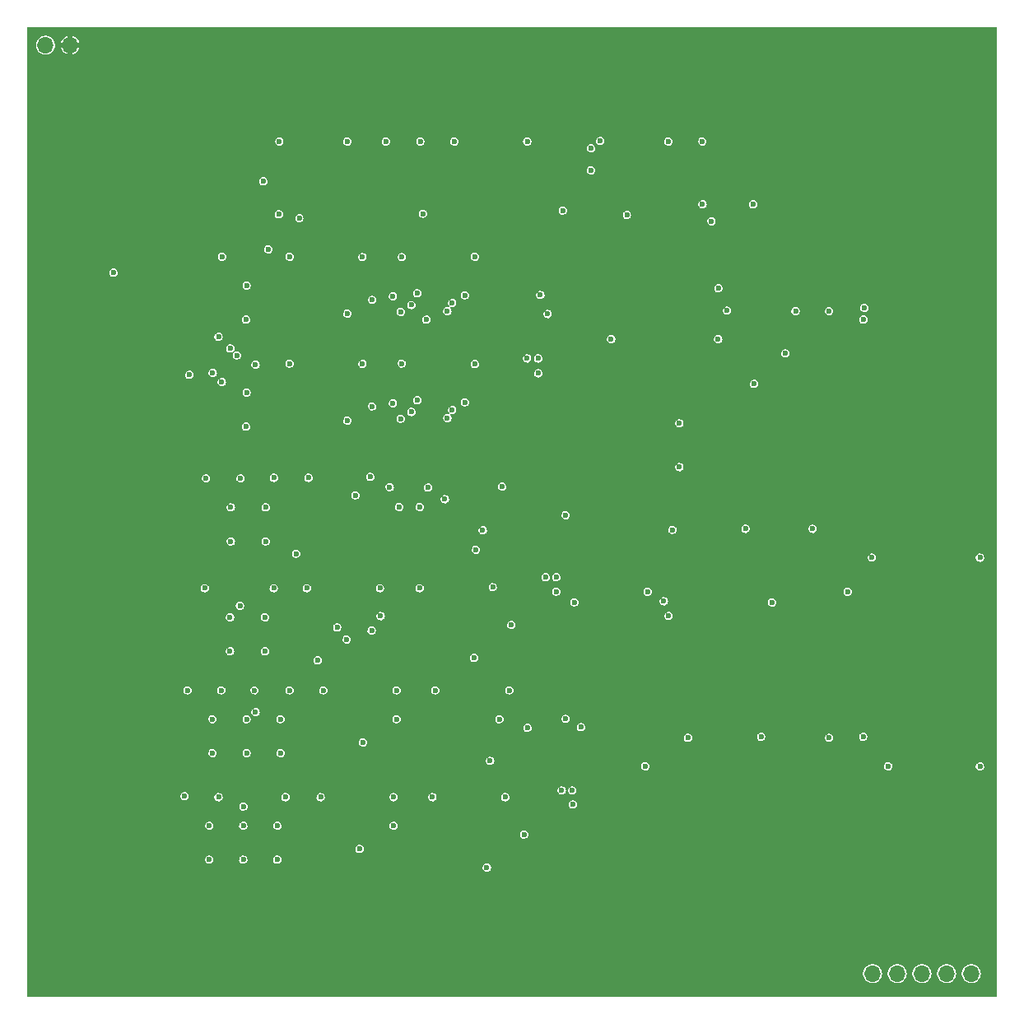
<source format=gbr>
%TF.GenerationSoftware,KiCad,Pcbnew,(5.99.0-3349-gc9824bbd9)*%
%TF.CreationDate,2020-09-24T16:48:39-07:00*%
%TF.ProjectId,Counter,436f756e-7465-4722-9e6b-696361645f70,rev?*%
%TF.SameCoordinates,Original*%
%TF.FileFunction,Copper,L2,Inr*%
%TF.FilePolarity,Positive*%
%FSLAX46Y46*%
G04 Gerber Fmt 4.6, Leading zero omitted, Abs format (unit mm)*
G04 Created by KiCad (PCBNEW (5.99.0-3349-gc9824bbd9)) date 2020-09-24 16:48:39*
%MOMM*%
%LPD*%
G01*
G04 APERTURE LIST*
%TA.AperFunction,ComponentPad*%
%ADD10O,1.700000X1.700000*%
%TD*%
%TA.AperFunction,ViaPad*%
%ADD11C,0.600000*%
%TD*%
G04 APERTURE END LIST*
D10*
%TO.N,+3V3*%
%TO.C,J1*%
X14000000Y-14000000D03*
%TO.N,GND*%
X16540000Y-14000000D03*
%TD*%
%TO.N,/CLK*%
%TO.C,J2*%
X109220000Y-109500000D03*
%TO.N,/B0*%
X106680000Y-109500000D03*
%TO.N,/B1*%
X104140000Y-109500000D03*
%TO.N,/B2*%
X101600000Y-109500000D03*
%TO.N,/B3*%
X99060000Y-109500000D03*
%TD*%
D11*
%TO.N,GND*%
X101600000Y-99200000D03*
X54131002Y-53225000D03*
X37473904Y-76300000D03*
X54131002Y-42225000D03*
X62531002Y-52125000D03*
X62531002Y-41125000D03*
X46291753Y-97777453D03*
X109200000Y-99200000D03*
X37558403Y-65000000D03*
X55973904Y-65000000D03*
X39131002Y-86816702D03*
X44973904Y-65000000D03*
X43131002Y-49725000D03*
X39131002Y-53225000D03*
X63473904Y-65000000D03*
X15100000Y-21300000D03*
X70973904Y-72225000D03*
X36900000Y-19900000D03*
X55973904Y-76225000D03*
X42631002Y-86816702D03*
X64791753Y-97777453D03*
X42291753Y-97777453D03*
X21000000Y-45200000D03*
X15100000Y-24700000D03*
X23100000Y-17800000D03*
X106700000Y-99200000D03*
X35631002Y-53225000D03*
X43131002Y-53225000D03*
X41023904Y-76275000D03*
X44973904Y-76225000D03*
X84181002Y-47625000D03*
X33200000Y-19000000D03*
X24400000Y-13100000D03*
X63473904Y-76225000D03*
X93023904Y-70225000D03*
X57631002Y-86816702D03*
X43131002Y-38725000D03*
X69131002Y-90659604D03*
X15100000Y-34800000D03*
X57291753Y-97777453D03*
X39131002Y-42225000D03*
X81973904Y-66725000D03*
X46631002Y-83316702D03*
X38791753Y-97777453D03*
X70031002Y-45325000D03*
X53450000Y-29365501D03*
X91181002Y-47725000D03*
X66531002Y-45325000D03*
X46291753Y-94277453D03*
X78473904Y-70225000D03*
X41058403Y-65000000D03*
X38050000Y-30365501D03*
X15100000Y-31300000D03*
X99081002Y-90559604D03*
X44973904Y-61500000D03*
X45050000Y-30365501D03*
X44973904Y-72725000D03*
X78100000Y-30365501D03*
X70031002Y-48825000D03*
X56050000Y-30365501D03*
X94600000Y-47700000D03*
X71100000Y-30265501D03*
X72631002Y-94159604D03*
X43131002Y-42225000D03*
X76631002Y-47725000D03*
X94681002Y-91659604D03*
X86023904Y-70125000D03*
X87681002Y-91559604D03*
X35631002Y-42225000D03*
X80131002Y-91659604D03*
X80131002Y-44225000D03*
X104100000Y-99200000D03*
X83631002Y-88159604D03*
X41550000Y-30365501D03*
X99000000Y-99200000D03*
X15100000Y-44700000D03*
X82500000Y-29265501D03*
X63600000Y-30365501D03*
X73531002Y-89759604D03*
X67473904Y-68725000D03*
X46631002Y-86816702D03*
X97423904Y-69125000D03*
X15100000Y-41400000D03*
X71873904Y-67825000D03*
X68000000Y-26065501D03*
X65131002Y-86816702D03*
%TO.N,/B0*%
X86765501Y-30365501D03*
X34681002Y-38725000D03*
X82500000Y-32110011D03*
X36900000Y-35000000D03*
X34631002Y-42225000D03*
%TO.N,/B1*%
X51631002Y-51725000D03*
X33058403Y-61542902D03*
X55831002Y-40525000D03*
X31181002Y-83316702D03*
X57131002Y-39725000D03*
X52231002Y-50525000D03*
X31181002Y-86816702D03*
X98131002Y-42225000D03*
X98200000Y-41020999D03*
X53181002Y-42225000D03*
X45056002Y-52600000D03*
X33058403Y-65042902D03*
X50531002Y-52425000D03*
X64900000Y-39700000D03*
%TO.N,/B2*%
X42000000Y-77277002D03*
X34681002Y-86816702D03*
X34681002Y-83316702D03*
X44000000Y-73900000D03*
%TO.N,/B3*%
X67500000Y-83300000D03*
X60681002Y-83316702D03*
%TO.N,/CLK*%
X70100000Y-26865501D03*
X83200000Y-39000000D03*
X83181002Y-44225000D03*
X100681002Y-88159604D03*
X70100000Y-24600000D03*
X110115510Y-88184490D03*
X110115510Y-66715510D03*
X99000000Y-66700000D03*
%TO.N,+3V3*%
X58150000Y-46800000D03*
X35600000Y-46850000D03*
X68250000Y-92100000D03*
X67500000Y-62350000D03*
X47600000Y-40200000D03*
X34000000Y-71650000D03*
X50100000Y-80350000D03*
X42300000Y-91350000D03*
X69100000Y-84150000D03*
X66550000Y-70200000D03*
X39100000Y-80350000D03*
X49800000Y-91350000D03*
X60000000Y-69750000D03*
X46600000Y-35800000D03*
X60950000Y-59400000D03*
X94600000Y-41350000D03*
X30400000Y-69850000D03*
X81550000Y-23900000D03*
X41050000Y-58500000D03*
X61700000Y-80350000D03*
X49000000Y-23900000D03*
X78050000Y-23900000D03*
X32131002Y-48650000D03*
X42600000Y-80350000D03*
X80100000Y-85250000D03*
X32100000Y-80350000D03*
X38700000Y-91350000D03*
X98100000Y-85150000D03*
X31800000Y-91350000D03*
X53800000Y-91350000D03*
X52550000Y-23900000D03*
X65650000Y-41650000D03*
X84100000Y-41300000D03*
X61291753Y-91350000D03*
X37473904Y-69850000D03*
X40900000Y-69850000D03*
X35500000Y-80350000D03*
X47600000Y-51150000D03*
X54100000Y-80350000D03*
X46600000Y-46800000D03*
X39100000Y-46750000D03*
X48400000Y-69850000D03*
X50650000Y-35800000D03*
X28300000Y-91250000D03*
X71050000Y-23850000D03*
X58150000Y-35750000D03*
X34050000Y-58550000D03*
X50650000Y-46750000D03*
X49400000Y-59450000D03*
X78500000Y-63850000D03*
X91150000Y-41350000D03*
X39100000Y-35750000D03*
X94600000Y-85250000D03*
X32150000Y-35750000D03*
X45050000Y-23900000D03*
X34350000Y-92300000D03*
X30500000Y-58550000D03*
X64700000Y-47750000D03*
X92900000Y-63750000D03*
X86000000Y-63750000D03*
X52500000Y-69850000D03*
X37500000Y-58500000D03*
X47550000Y-74200000D03*
X38050000Y-23900000D03*
X28600000Y-80350000D03*
X63550000Y-23900000D03*
X87600000Y-85150000D03*
X56050000Y-23900000D03*
X53350000Y-59500000D03*
%TO.N,/UP*%
X33000000Y-45200000D03*
X36658403Y-65042902D03*
X33700000Y-45900000D03*
X38000000Y-31400000D03*
X38181002Y-86816702D03*
X36658403Y-61542902D03*
X38181002Y-83316702D03*
X31800000Y-44000000D03*
X36400000Y-28000000D03*
%TO.N,/!B0*%
X73800000Y-31465501D03*
X31200000Y-47700000D03*
X40100000Y-31800000D03*
X81572998Y-30365501D03*
%TO.N,/DW*%
X34681002Y-49725000D03*
X28800000Y-47900000D03*
X36573904Y-72842902D03*
X36573904Y-76342902D03*
X37841753Y-97777453D03*
X34631002Y-53225000D03*
X37841753Y-94277453D03*
%TO.N,/!B1*%
X39800000Y-66300000D03*
X30841753Y-97777453D03*
X32973904Y-76342902D03*
X90100000Y-45700000D03*
X47400000Y-58400000D03*
X32973904Y-72842902D03*
X30841753Y-94277453D03*
X86881002Y-48825000D03*
%TO.N,/Q_7*%
X66523904Y-68725000D03*
X65442903Y-68725000D03*
%TO.N,/!B2*%
X35600000Y-82600000D03*
X88723904Y-71325000D03*
X34341753Y-94277453D03*
X78090500Y-72700000D03*
X34341753Y-97777453D03*
X96496902Y-70225000D03*
%TO.N,/Q_3*%
X45873904Y-60300000D03*
X55073904Y-60700000D03*
%TO.N,/XOR3/!A*%
X58273903Y-65899999D03*
X50373904Y-61500000D03*
%TO.N,/XOR3/!B*%
X52473904Y-61500000D03*
X58973904Y-63900000D03*
%TO.N,/XOR4/!A*%
X48473904Y-72725000D03*
X61904648Y-73624556D03*
%TO.N,/XOR4/!B*%
X44973904Y-75125000D03*
X58073904Y-77025000D03*
%TO.N,/XOR5/!A*%
X50131002Y-83316702D03*
X63561746Y-84216258D03*
%TO.N,/XOR5/!B*%
X59731002Y-87616702D03*
X46631002Y-85716702D03*
%TO.N,/XOR6/!A*%
X49791753Y-94277453D03*
X63222497Y-95177009D03*
%TO.N,/XOR6/!B*%
X59391753Y-98577453D03*
X46291753Y-96677453D03*
%TO.N,/RST*%
X72181002Y-44225000D03*
X67200000Y-31000000D03*
X21000000Y-37400000D03*
X75681002Y-88159604D03*
X79200000Y-57400000D03*
X79200000Y-52900000D03*
X52822861Y-31329010D03*
X77600000Y-71200000D03*
%TO.N,/Q_11*%
X68181002Y-90659604D03*
X67100001Y-90659604D03*
%TO.N,/Q_13*%
X75923904Y-70225000D03*
X68400000Y-71300000D03*
%TO.N,/Q_17*%
X64681002Y-46225000D03*
X63531002Y-46225000D03*
%TO.N,/XOR1/!B*%
X49731002Y-39825000D03*
X55331002Y-41347998D03*
%TO.N,/XOR2/!B*%
X55331002Y-52347998D03*
X49731002Y-50825000D03*
%TO.N,/Q*%
X45056002Y-41600000D03*
X51631002Y-40725000D03*
X52231002Y-39525000D03*
X50531002Y-41425000D03*
%TO.N,/Q_20*%
X55831002Y-51525000D03*
X57131002Y-50725000D03*
%TD*%
%TA.AperFunction,Conductor*%
%TO.N,GND*%
G36*
X111872501Y-111872500D02*
G01*
X12127500Y-111872500D01*
X12127500Y-109595826D01*
X98082687Y-109595826D01*
X98121917Y-109790385D01*
X98199467Y-109973082D01*
X98312169Y-110136454D01*
X98455420Y-110273827D01*
X98623368Y-110379589D01*
X98809152Y-110449421D01*
X99005183Y-110480469D01*
X99203457Y-110471465D01*
X99395862Y-110422779D01*
X99574554Y-110336396D01*
X99732225Y-110215847D01*
X99862436Y-110066057D01*
X99959868Y-109893143D01*
X100020541Y-109704169D01*
X100020542Y-109704167D01*
X100032311Y-109595826D01*
X100622687Y-109595826D01*
X100661917Y-109790385D01*
X100739467Y-109973082D01*
X100852169Y-110136454D01*
X100995420Y-110273827D01*
X101163368Y-110379589D01*
X101349152Y-110449421D01*
X101545183Y-110480469D01*
X101743457Y-110471465D01*
X101935862Y-110422779D01*
X102114554Y-110336396D01*
X102272225Y-110215847D01*
X102402436Y-110066057D01*
X102499868Y-109893143D01*
X102560541Y-109704169D01*
X102560542Y-109704167D01*
X102572311Y-109595826D01*
X103162687Y-109595826D01*
X103201917Y-109790385D01*
X103279467Y-109973082D01*
X103392169Y-110136454D01*
X103535420Y-110273827D01*
X103703368Y-110379589D01*
X103889152Y-110449421D01*
X104085183Y-110480469D01*
X104283457Y-110471465D01*
X104475862Y-110422779D01*
X104654554Y-110336396D01*
X104812225Y-110215847D01*
X104942436Y-110066057D01*
X105039868Y-109893143D01*
X105100541Y-109704169D01*
X105100542Y-109704167D01*
X105112311Y-109595826D01*
X105702687Y-109595826D01*
X105741917Y-109790385D01*
X105819467Y-109973082D01*
X105932169Y-110136454D01*
X106075420Y-110273827D01*
X106243368Y-110379589D01*
X106429152Y-110449421D01*
X106625183Y-110480469D01*
X106823457Y-110471465D01*
X107015862Y-110422779D01*
X107194554Y-110336396D01*
X107352225Y-110215847D01*
X107482436Y-110066057D01*
X107579868Y-109893143D01*
X107640541Y-109704169D01*
X107640542Y-109704167D01*
X107652311Y-109595826D01*
X108242687Y-109595826D01*
X108281917Y-109790385D01*
X108359467Y-109973082D01*
X108472169Y-110136454D01*
X108615420Y-110273827D01*
X108783368Y-110379589D01*
X108969152Y-110449421D01*
X109165183Y-110480469D01*
X109363457Y-110471465D01*
X109555862Y-110422779D01*
X109734554Y-110336396D01*
X109892225Y-110215847D01*
X110022436Y-110066057D01*
X110119868Y-109893143D01*
X110180541Y-109704169D01*
X110180542Y-109704167D01*
X110201975Y-109506864D01*
X110201976Y-109506856D01*
X110202000Y-109500000D01*
X110181943Y-109302541D01*
X110122591Y-109113149D01*
X110026369Y-108939559D01*
X110026366Y-108939555D01*
X109897210Y-108788866D01*
X109878870Y-108774640D01*
X109740381Y-108667217D01*
X109639107Y-108617384D01*
X109562297Y-108579588D01*
X109444288Y-108548850D01*
X109370232Y-108529560D01*
X109351425Y-108528574D01*
X109172030Y-108519171D01*
X108975789Y-108548850D01*
X108789519Y-108617384D01*
X108620838Y-108721971D01*
X108476629Y-108858342D01*
X108362793Y-109020919D01*
X108362791Y-109020922D01*
X108322881Y-109113149D01*
X108283966Y-109203075D01*
X108263187Y-109302541D01*
X108243379Y-109397353D01*
X108242687Y-109595826D01*
X107652311Y-109595826D01*
X107661975Y-109506864D01*
X107661976Y-109506856D01*
X107662000Y-109500000D01*
X107641943Y-109302541D01*
X107582591Y-109113149D01*
X107486369Y-108939559D01*
X107486366Y-108939555D01*
X107357210Y-108788866D01*
X107338870Y-108774640D01*
X107200381Y-108667217D01*
X107099107Y-108617384D01*
X107022297Y-108579588D01*
X106904288Y-108548850D01*
X106830232Y-108529560D01*
X106811425Y-108528574D01*
X106632030Y-108519171D01*
X106435789Y-108548850D01*
X106249519Y-108617384D01*
X106080838Y-108721971D01*
X105936629Y-108858342D01*
X105822793Y-109020919D01*
X105822791Y-109020922D01*
X105782881Y-109113149D01*
X105743966Y-109203075D01*
X105723187Y-109302541D01*
X105703379Y-109397353D01*
X105702687Y-109595826D01*
X105112311Y-109595826D01*
X105121975Y-109506864D01*
X105121976Y-109506856D01*
X105122000Y-109500000D01*
X105101943Y-109302541D01*
X105042591Y-109113149D01*
X104946369Y-108939559D01*
X104946366Y-108939555D01*
X104817210Y-108788866D01*
X104798870Y-108774640D01*
X104660381Y-108667217D01*
X104559107Y-108617384D01*
X104482297Y-108579588D01*
X104364288Y-108548850D01*
X104290232Y-108529560D01*
X104271425Y-108528574D01*
X104092030Y-108519171D01*
X103895789Y-108548850D01*
X103709519Y-108617384D01*
X103540838Y-108721971D01*
X103396629Y-108858342D01*
X103282793Y-109020919D01*
X103282791Y-109020922D01*
X103242881Y-109113149D01*
X103203966Y-109203075D01*
X103183187Y-109302541D01*
X103163379Y-109397353D01*
X103162687Y-109595826D01*
X102572311Y-109595826D01*
X102581975Y-109506864D01*
X102581976Y-109506856D01*
X102582000Y-109500000D01*
X102561943Y-109302541D01*
X102502591Y-109113149D01*
X102406369Y-108939559D01*
X102406366Y-108939555D01*
X102277210Y-108788866D01*
X102258870Y-108774640D01*
X102120381Y-108667217D01*
X102019107Y-108617384D01*
X101942297Y-108579588D01*
X101824288Y-108548850D01*
X101750232Y-108529560D01*
X101731425Y-108528574D01*
X101552030Y-108519171D01*
X101355789Y-108548850D01*
X101169519Y-108617384D01*
X101000838Y-108721971D01*
X100856629Y-108858342D01*
X100742793Y-109020919D01*
X100742791Y-109020922D01*
X100702881Y-109113149D01*
X100663966Y-109203075D01*
X100643187Y-109302541D01*
X100623379Y-109397353D01*
X100622687Y-109595826D01*
X100032311Y-109595826D01*
X100041975Y-109506864D01*
X100041976Y-109506856D01*
X100042000Y-109500000D01*
X100021943Y-109302541D01*
X99962591Y-109113149D01*
X99866369Y-108939559D01*
X99866366Y-108939555D01*
X99737210Y-108788866D01*
X99718870Y-108774640D01*
X99580381Y-108667217D01*
X99479107Y-108617384D01*
X99402297Y-108579588D01*
X99284288Y-108548850D01*
X99210232Y-108529560D01*
X99191425Y-108528574D01*
X99012030Y-108519171D01*
X98815789Y-108548850D01*
X98629519Y-108617384D01*
X98460838Y-108721971D01*
X98316629Y-108858342D01*
X98202793Y-109020919D01*
X98202791Y-109020922D01*
X98162881Y-109113149D01*
X98123966Y-109203075D01*
X98103187Y-109302541D01*
X98083379Y-109397353D01*
X98082687Y-109595826D01*
X12127500Y-109595826D01*
X12127500Y-98638393D01*
X58963568Y-98638393D01*
X59000415Y-98761603D01*
X59071863Y-98868531D01*
X59171593Y-98949724D01*
X59290788Y-98998003D01*
X59418910Y-99009100D01*
X59544631Y-98982033D01*
X59656835Y-98919195D01*
X59745603Y-98826143D01*
X59803085Y-98711103D01*
X59824200Y-98584246D01*
X59824253Y-98577453D01*
X59805133Y-98450281D01*
X59774832Y-98387179D01*
X59749466Y-98334352D01*
X59662172Y-98239919D01*
X59662170Y-98239917D01*
X59550967Y-98175325D01*
X59425687Y-98146286D01*
X59297405Y-98155369D01*
X59177466Y-98201770D01*
X59076474Y-98281385D01*
X59039867Y-98334352D01*
X59003356Y-98387179D01*
X58964578Y-98509795D01*
X58963568Y-98638393D01*
X12127500Y-98638393D01*
X12127500Y-97838393D01*
X30413568Y-97838393D01*
X30450415Y-97961603D01*
X30521863Y-98068531D01*
X30621593Y-98149724D01*
X30740788Y-98198003D01*
X30868910Y-98209100D01*
X30994631Y-98182033D01*
X31106835Y-98119195D01*
X31195603Y-98026143D01*
X31253085Y-97911104D01*
X31265187Y-97838393D01*
X33913568Y-97838393D01*
X33950415Y-97961603D01*
X34021863Y-98068531D01*
X34121593Y-98149724D01*
X34240788Y-98198003D01*
X34368910Y-98209100D01*
X34494631Y-98182033D01*
X34606835Y-98119195D01*
X34695603Y-98026143D01*
X34753085Y-97911103D01*
X34765187Y-97838393D01*
X37413568Y-97838393D01*
X37450415Y-97961603D01*
X37521863Y-98068531D01*
X37621593Y-98149724D01*
X37740788Y-98198003D01*
X37868910Y-98209100D01*
X37994631Y-98182033D01*
X38106835Y-98119195D01*
X38195603Y-98026143D01*
X38253085Y-97911104D01*
X38274200Y-97784245D01*
X38274253Y-97777452D01*
X38255133Y-97650282D01*
X38199466Y-97534352D01*
X38112172Y-97439919D01*
X38112170Y-97439917D01*
X38000967Y-97375325D01*
X37875687Y-97346286D01*
X37747405Y-97355369D01*
X37627466Y-97401770D01*
X37526474Y-97481385D01*
X37489867Y-97534352D01*
X37453356Y-97587179D01*
X37414578Y-97709795D01*
X37413568Y-97838393D01*
X34765187Y-97838393D01*
X34774200Y-97784246D01*
X34774253Y-97777453D01*
X34755133Y-97650281D01*
X34724832Y-97587179D01*
X34699466Y-97534352D01*
X34612172Y-97439919D01*
X34612170Y-97439917D01*
X34500967Y-97375325D01*
X34375687Y-97346286D01*
X34247405Y-97355369D01*
X34127466Y-97401770D01*
X34026474Y-97481385D01*
X33989867Y-97534352D01*
X33953356Y-97587179D01*
X33914578Y-97709795D01*
X33913568Y-97838393D01*
X31265187Y-97838393D01*
X31274200Y-97784245D01*
X31274253Y-97777452D01*
X31255133Y-97650282D01*
X31199466Y-97534352D01*
X31112172Y-97439919D01*
X31112170Y-97439917D01*
X31000967Y-97375325D01*
X30875687Y-97346286D01*
X30747405Y-97355369D01*
X30627466Y-97401770D01*
X30526474Y-97481385D01*
X30489867Y-97534352D01*
X30453356Y-97587179D01*
X30414578Y-97709795D01*
X30413568Y-97838393D01*
X12127500Y-97838393D01*
X12127500Y-96738393D01*
X45863568Y-96738393D01*
X45900415Y-96861603D01*
X45971863Y-96968531D01*
X46071593Y-97049724D01*
X46190788Y-97098003D01*
X46318910Y-97109100D01*
X46444631Y-97082033D01*
X46556835Y-97019195D01*
X46645603Y-96926143D01*
X46703085Y-96811104D01*
X46724200Y-96684245D01*
X46724253Y-96677452D01*
X46705133Y-96550282D01*
X46649466Y-96434352D01*
X46562172Y-96339919D01*
X46562170Y-96339917D01*
X46450967Y-96275325D01*
X46325687Y-96246286D01*
X46197405Y-96255369D01*
X46077466Y-96301770D01*
X45976474Y-96381385D01*
X45939867Y-96434352D01*
X45903356Y-96487179D01*
X45864578Y-96609795D01*
X45863568Y-96738393D01*
X12127500Y-96738393D01*
X12127500Y-95237949D01*
X62794312Y-95237949D01*
X62831159Y-95361159D01*
X62902607Y-95468087D01*
X63002337Y-95549280D01*
X63121532Y-95597559D01*
X63249654Y-95608656D01*
X63375375Y-95581589D01*
X63487579Y-95518751D01*
X63576347Y-95425699D01*
X63633829Y-95310660D01*
X63654944Y-95183801D01*
X63654997Y-95177008D01*
X63635877Y-95049838D01*
X63580210Y-94933908D01*
X63492916Y-94839475D01*
X63492914Y-94839473D01*
X63381711Y-94774881D01*
X63256431Y-94745842D01*
X63128149Y-94754925D01*
X63008210Y-94801326D01*
X62907218Y-94880941D01*
X62870611Y-94933908D01*
X62834100Y-94986735D01*
X62795322Y-95109351D01*
X62794312Y-95237949D01*
X12127500Y-95237949D01*
X12127500Y-94338393D01*
X30413568Y-94338393D01*
X30450415Y-94461603D01*
X30521863Y-94568531D01*
X30621593Y-94649724D01*
X30740788Y-94698003D01*
X30868910Y-94709100D01*
X30994631Y-94682033D01*
X31106835Y-94619195D01*
X31195603Y-94526143D01*
X31253085Y-94411104D01*
X31265187Y-94338393D01*
X33913568Y-94338393D01*
X33950415Y-94461603D01*
X34021863Y-94568531D01*
X34121593Y-94649724D01*
X34240788Y-94698003D01*
X34368910Y-94709100D01*
X34494631Y-94682033D01*
X34606835Y-94619195D01*
X34695603Y-94526143D01*
X34753085Y-94411103D01*
X34765187Y-94338393D01*
X37413568Y-94338393D01*
X37450415Y-94461603D01*
X37521863Y-94568531D01*
X37621593Y-94649724D01*
X37740788Y-94698003D01*
X37868910Y-94709100D01*
X37994631Y-94682033D01*
X38106835Y-94619195D01*
X38195603Y-94526143D01*
X38253085Y-94411103D01*
X38265187Y-94338393D01*
X49363568Y-94338393D01*
X49400415Y-94461603D01*
X49471863Y-94568531D01*
X49571593Y-94649724D01*
X49690788Y-94698003D01*
X49818910Y-94709100D01*
X49944631Y-94682033D01*
X50056835Y-94619195D01*
X50145603Y-94526143D01*
X50203085Y-94411104D01*
X50224200Y-94284245D01*
X50224253Y-94277452D01*
X50205133Y-94150282D01*
X50149466Y-94034352D01*
X50062172Y-93939919D01*
X50062170Y-93939917D01*
X49950967Y-93875325D01*
X49825687Y-93846286D01*
X49697405Y-93855369D01*
X49577466Y-93901770D01*
X49476474Y-93981385D01*
X49439867Y-94034352D01*
X49403356Y-94087179D01*
X49364578Y-94209795D01*
X49363568Y-94338393D01*
X38265187Y-94338393D01*
X38274200Y-94284246D01*
X38274253Y-94277453D01*
X38255133Y-94150281D01*
X38224832Y-94087179D01*
X38199466Y-94034352D01*
X38112172Y-93939919D01*
X38112170Y-93939917D01*
X38000967Y-93875325D01*
X37875687Y-93846286D01*
X37747405Y-93855369D01*
X37627466Y-93901770D01*
X37526474Y-93981385D01*
X37489867Y-94034352D01*
X37453356Y-94087179D01*
X37414578Y-94209795D01*
X37413568Y-94338393D01*
X34765187Y-94338393D01*
X34774200Y-94284246D01*
X34774253Y-94277453D01*
X34755133Y-94150281D01*
X34724832Y-94087179D01*
X34699466Y-94034352D01*
X34612172Y-93939919D01*
X34612170Y-93939917D01*
X34500967Y-93875325D01*
X34375687Y-93846286D01*
X34247405Y-93855369D01*
X34127466Y-93901770D01*
X34026474Y-93981385D01*
X33989867Y-94034352D01*
X33953356Y-94087179D01*
X33914578Y-94209795D01*
X33913568Y-94338393D01*
X31265187Y-94338393D01*
X31274200Y-94284245D01*
X31274253Y-94277452D01*
X31255133Y-94150282D01*
X31199466Y-94034352D01*
X31112172Y-93939919D01*
X31112170Y-93939917D01*
X31000967Y-93875325D01*
X30875687Y-93846286D01*
X30747405Y-93855369D01*
X30627466Y-93901770D01*
X30526474Y-93981385D01*
X30489867Y-94034352D01*
X30453356Y-94087179D01*
X30414578Y-94209795D01*
X30413568Y-94338393D01*
X12127500Y-94338393D01*
X12127500Y-92360940D01*
X33921815Y-92360940D01*
X33958662Y-92484150D01*
X34030110Y-92591078D01*
X34129840Y-92672271D01*
X34249035Y-92720550D01*
X34377157Y-92731647D01*
X34502878Y-92704580D01*
X34615082Y-92641742D01*
X34703850Y-92548690D01*
X34761332Y-92433651D01*
X34782447Y-92306792D01*
X34782500Y-92299999D01*
X34763380Y-92172829D01*
X34757672Y-92160940D01*
X67821815Y-92160940D01*
X67858662Y-92284150D01*
X67930110Y-92391078D01*
X68029840Y-92472271D01*
X68149035Y-92520550D01*
X68277157Y-92531647D01*
X68402878Y-92504580D01*
X68515082Y-92441742D01*
X68603850Y-92348690D01*
X68661332Y-92233651D01*
X68682447Y-92106792D01*
X68682500Y-92099999D01*
X68672328Y-92032342D01*
X68663380Y-91972828D01*
X68645321Y-91935220D01*
X68607713Y-91856899D01*
X68520419Y-91762466D01*
X68520417Y-91762464D01*
X68409214Y-91697872D01*
X68283934Y-91668833D01*
X68155652Y-91677916D01*
X68035713Y-91724317D01*
X67934721Y-91803932D01*
X67898114Y-91856899D01*
X67861603Y-91909726D01*
X67822825Y-92032342D01*
X67821815Y-92160940D01*
X34757672Y-92160940D01*
X34757671Y-92160938D01*
X34731671Y-92106793D01*
X34707713Y-92056899D01*
X34620419Y-91962466D01*
X34620417Y-91962464D01*
X34509214Y-91897872D01*
X34383934Y-91868833D01*
X34255652Y-91877916D01*
X34135713Y-91924317D01*
X34034721Y-92003932D01*
X34015086Y-92032342D01*
X33961603Y-92109726D01*
X33922825Y-92232342D01*
X33921815Y-92360940D01*
X12127500Y-92360940D01*
X12127500Y-91310940D01*
X27871815Y-91310940D01*
X27908662Y-91434150D01*
X27980110Y-91541078D01*
X28079840Y-91622271D01*
X28199035Y-91670550D01*
X28327157Y-91681647D01*
X28452878Y-91654580D01*
X28565082Y-91591742D01*
X28653850Y-91498690D01*
X28697696Y-91410940D01*
X31371815Y-91410940D01*
X31408662Y-91534150D01*
X31480110Y-91641078D01*
X31579840Y-91722271D01*
X31699035Y-91770550D01*
X31827157Y-91781647D01*
X31952878Y-91754580D01*
X32065082Y-91691742D01*
X32153850Y-91598690D01*
X32211332Y-91483651D01*
X32223434Y-91410940D01*
X38271815Y-91410940D01*
X38308662Y-91534150D01*
X38380110Y-91641078D01*
X38479840Y-91722271D01*
X38599035Y-91770550D01*
X38727157Y-91781647D01*
X38852878Y-91754580D01*
X38965082Y-91691742D01*
X39053850Y-91598690D01*
X39111332Y-91483651D01*
X39123434Y-91410940D01*
X41871815Y-91410940D01*
X41908662Y-91534150D01*
X41980110Y-91641078D01*
X42079840Y-91722271D01*
X42199035Y-91770550D01*
X42327157Y-91781647D01*
X42452878Y-91754580D01*
X42565082Y-91691742D01*
X42653850Y-91598690D01*
X42711332Y-91483651D01*
X42723434Y-91410940D01*
X49371815Y-91410940D01*
X49408662Y-91534150D01*
X49480110Y-91641078D01*
X49579840Y-91722271D01*
X49699035Y-91770550D01*
X49827157Y-91781647D01*
X49952878Y-91754580D01*
X50065082Y-91691742D01*
X50153850Y-91598690D01*
X50211332Y-91483651D01*
X50223434Y-91410940D01*
X53371815Y-91410940D01*
X53408662Y-91534150D01*
X53480110Y-91641078D01*
X53579840Y-91722271D01*
X53699035Y-91770550D01*
X53827157Y-91781647D01*
X53952878Y-91754580D01*
X54065082Y-91691742D01*
X54153850Y-91598690D01*
X54211332Y-91483651D01*
X54223434Y-91410940D01*
X60863568Y-91410940D01*
X60900415Y-91534150D01*
X60971863Y-91641078D01*
X61071593Y-91722271D01*
X61190788Y-91770550D01*
X61318910Y-91781647D01*
X61444631Y-91754580D01*
X61556835Y-91691742D01*
X61645603Y-91598690D01*
X61703085Y-91483651D01*
X61715188Y-91410938D01*
X61724200Y-91356793D01*
X61724253Y-91350000D01*
X61705133Y-91222828D01*
X61674832Y-91159726D01*
X61649466Y-91106899D01*
X61562172Y-91012466D01*
X61562170Y-91012464D01*
X61450967Y-90947872D01*
X61325687Y-90918833D01*
X61197405Y-90927916D01*
X61077466Y-90974317D01*
X60976474Y-91053932D01*
X60950682Y-91091251D01*
X60903356Y-91159726D01*
X60864578Y-91282342D01*
X60863568Y-91410940D01*
X54223434Y-91410940D01*
X54223435Y-91410938D01*
X54232447Y-91356793D01*
X54232500Y-91350000D01*
X54213380Y-91222828D01*
X54183079Y-91159726D01*
X54157713Y-91106899D01*
X54070419Y-91012466D01*
X54070417Y-91012464D01*
X53959214Y-90947872D01*
X53833934Y-90918833D01*
X53705652Y-90927916D01*
X53585713Y-90974317D01*
X53484721Y-91053932D01*
X53458929Y-91091251D01*
X53411603Y-91159726D01*
X53372825Y-91282342D01*
X53371815Y-91410940D01*
X50223434Y-91410940D01*
X50223435Y-91410938D01*
X50232447Y-91356793D01*
X50232500Y-91350000D01*
X50213380Y-91222828D01*
X50183079Y-91159726D01*
X50157713Y-91106899D01*
X50070419Y-91012466D01*
X50070417Y-91012464D01*
X49959214Y-90947872D01*
X49833934Y-90918833D01*
X49705652Y-90927916D01*
X49585713Y-90974317D01*
X49484721Y-91053932D01*
X49458929Y-91091251D01*
X49411603Y-91159726D01*
X49372825Y-91282342D01*
X49371815Y-91410940D01*
X42723434Y-91410940D01*
X42723435Y-91410938D01*
X42732447Y-91356793D01*
X42732500Y-91350000D01*
X42713380Y-91222828D01*
X42683079Y-91159726D01*
X42657713Y-91106899D01*
X42570419Y-91012466D01*
X42570417Y-91012464D01*
X42459214Y-90947872D01*
X42333934Y-90918833D01*
X42205652Y-90927916D01*
X42085713Y-90974317D01*
X41984721Y-91053932D01*
X41958929Y-91091251D01*
X41911603Y-91159726D01*
X41872825Y-91282342D01*
X41871815Y-91410940D01*
X39123434Y-91410940D01*
X39123435Y-91410938D01*
X39132447Y-91356793D01*
X39132500Y-91350000D01*
X39113380Y-91222828D01*
X39083079Y-91159726D01*
X39057713Y-91106899D01*
X38970419Y-91012466D01*
X38970417Y-91012464D01*
X38859214Y-90947872D01*
X38733934Y-90918833D01*
X38605652Y-90927916D01*
X38485713Y-90974317D01*
X38384721Y-91053932D01*
X38358929Y-91091251D01*
X38311603Y-91159726D01*
X38272825Y-91282342D01*
X38271815Y-91410940D01*
X32223434Y-91410940D01*
X32223435Y-91410938D01*
X32232447Y-91356793D01*
X32232500Y-91350000D01*
X32213380Y-91222828D01*
X32183079Y-91159726D01*
X32157713Y-91106899D01*
X32070419Y-91012466D01*
X32070417Y-91012464D01*
X31959214Y-90947872D01*
X31833934Y-90918833D01*
X31705652Y-90927916D01*
X31585713Y-90974317D01*
X31484721Y-91053932D01*
X31458929Y-91091251D01*
X31411603Y-91159726D01*
X31372825Y-91282342D01*
X31371815Y-91410940D01*
X28697696Y-91410940D01*
X28711332Y-91383651D01*
X28732447Y-91256792D01*
X28732500Y-91249999D01*
X28722328Y-91182342D01*
X28713380Y-91122828D01*
X28683079Y-91059726D01*
X28657713Y-91006899D01*
X28570419Y-90912466D01*
X28570417Y-90912464D01*
X28459214Y-90847872D01*
X28333934Y-90818833D01*
X28205652Y-90827916D01*
X28085713Y-90874317D01*
X27984721Y-90953932D01*
X27944266Y-91012466D01*
X27911603Y-91059726D01*
X27872825Y-91182342D01*
X27871815Y-91310940D01*
X12127500Y-91310940D01*
X12127500Y-90720544D01*
X66671816Y-90720544D01*
X66708663Y-90843754D01*
X66780111Y-90950682D01*
X66879841Y-91031875D01*
X66999036Y-91080154D01*
X67127158Y-91091251D01*
X67252879Y-91064184D01*
X67365083Y-91001346D01*
X67453851Y-90908294D01*
X67511333Y-90793255D01*
X67523435Y-90720544D01*
X67752817Y-90720544D01*
X67789664Y-90843754D01*
X67861112Y-90950682D01*
X67960842Y-91031875D01*
X68080037Y-91080154D01*
X68208159Y-91091251D01*
X68333880Y-91064184D01*
X68446084Y-91001346D01*
X68534852Y-90908294D01*
X68592334Y-90793255D01*
X68613449Y-90666396D01*
X68613502Y-90659603D01*
X68594382Y-90532433D01*
X68538715Y-90416503D01*
X68451421Y-90322070D01*
X68451419Y-90322068D01*
X68340216Y-90257476D01*
X68214936Y-90228437D01*
X68086654Y-90237520D01*
X67966715Y-90283921D01*
X67865723Y-90363536D01*
X67829116Y-90416503D01*
X67792605Y-90469330D01*
X67753827Y-90591946D01*
X67752817Y-90720544D01*
X67523435Y-90720544D01*
X67532448Y-90666396D01*
X67532501Y-90659603D01*
X67513381Y-90532433D01*
X67457714Y-90416503D01*
X67370420Y-90322070D01*
X67370418Y-90322068D01*
X67259215Y-90257476D01*
X67133935Y-90228437D01*
X67005653Y-90237520D01*
X66885714Y-90283921D01*
X66784722Y-90363536D01*
X66748115Y-90416503D01*
X66711604Y-90469330D01*
X66672826Y-90591946D01*
X66671816Y-90720544D01*
X12127500Y-90720544D01*
X12127500Y-88220544D01*
X75252817Y-88220544D01*
X75289664Y-88343754D01*
X75361112Y-88450682D01*
X75460842Y-88531875D01*
X75580037Y-88580154D01*
X75708159Y-88591251D01*
X75833880Y-88564184D01*
X75946084Y-88501346D01*
X76034852Y-88408294D01*
X76092334Y-88293255D01*
X76104436Y-88220544D01*
X100252817Y-88220544D01*
X100289664Y-88343754D01*
X100361112Y-88450682D01*
X100460842Y-88531875D01*
X100580037Y-88580154D01*
X100708159Y-88591251D01*
X100833880Y-88564184D01*
X100946084Y-88501346D01*
X101034852Y-88408294D01*
X101092334Y-88293255D01*
X101100294Y-88245430D01*
X109687325Y-88245430D01*
X109724172Y-88368640D01*
X109795620Y-88475568D01*
X109895350Y-88556761D01*
X110014545Y-88605040D01*
X110142667Y-88616137D01*
X110268388Y-88589070D01*
X110380592Y-88526232D01*
X110469360Y-88433180D01*
X110514043Y-88343755D01*
X110526842Y-88318141D01*
X110538945Y-88245428D01*
X110547957Y-88191283D01*
X110548010Y-88184490D01*
X110544269Y-88159604D01*
X110528890Y-88057319D01*
X110473223Y-87941389D01*
X110385929Y-87846956D01*
X110385927Y-87846954D01*
X110274724Y-87782362D01*
X110149444Y-87753323D01*
X110021162Y-87762406D01*
X109901223Y-87808807D01*
X109800231Y-87888422D01*
X109744313Y-87969330D01*
X109727113Y-87994216D01*
X109688335Y-88116832D01*
X109687325Y-88245430D01*
X101100294Y-88245430D01*
X101113449Y-88166396D01*
X101113502Y-88159603D01*
X101098124Y-88057319D01*
X101094382Y-88032432D01*
X101058854Y-87958444D01*
X101038715Y-87916503D01*
X100951421Y-87822070D01*
X100951419Y-87822068D01*
X100840216Y-87757476D01*
X100714936Y-87728437D01*
X100586654Y-87737520D01*
X100466715Y-87783921D01*
X100365723Y-87863536D01*
X100329116Y-87916503D01*
X100292605Y-87969330D01*
X100253827Y-88091946D01*
X100252817Y-88220544D01*
X76104436Y-88220544D01*
X76113449Y-88166396D01*
X76113502Y-88159603D01*
X76098124Y-88057319D01*
X76094382Y-88032432D01*
X76058854Y-87958444D01*
X76038715Y-87916503D01*
X75951421Y-87822070D01*
X75951419Y-87822068D01*
X75840216Y-87757476D01*
X75714936Y-87728437D01*
X75586654Y-87737520D01*
X75466715Y-87783921D01*
X75365723Y-87863536D01*
X75329116Y-87916503D01*
X75292605Y-87969330D01*
X75253827Y-88091946D01*
X75252817Y-88220544D01*
X12127500Y-88220544D01*
X12127500Y-87677642D01*
X59302817Y-87677642D01*
X59339664Y-87800852D01*
X59411112Y-87907780D01*
X59510842Y-87988973D01*
X59630037Y-88037252D01*
X59758159Y-88048349D01*
X59883880Y-88021282D01*
X59996084Y-87958444D01*
X60084852Y-87865392D01*
X60136311Y-87762406D01*
X60142334Y-87750353D01*
X60163449Y-87623494D01*
X60163502Y-87616701D01*
X60144382Y-87489531D01*
X60088715Y-87373601D01*
X60001421Y-87279168D01*
X60001419Y-87279166D01*
X59890216Y-87214574D01*
X59764936Y-87185535D01*
X59636654Y-87194618D01*
X59516715Y-87241019D01*
X59415723Y-87320634D01*
X59379116Y-87373601D01*
X59342605Y-87426428D01*
X59303827Y-87549044D01*
X59302817Y-87677642D01*
X12127500Y-87677642D01*
X12127500Y-86877642D01*
X30752817Y-86877642D01*
X30789664Y-87000852D01*
X30861112Y-87107780D01*
X30960842Y-87188973D01*
X31080037Y-87237252D01*
X31208159Y-87248349D01*
X31333880Y-87221282D01*
X31446084Y-87158444D01*
X31534852Y-87065392D01*
X31592334Y-86950352D01*
X31604436Y-86877642D01*
X34252817Y-86877642D01*
X34289664Y-87000852D01*
X34361112Y-87107780D01*
X34460842Y-87188973D01*
X34580037Y-87237252D01*
X34708159Y-87248349D01*
X34833880Y-87221282D01*
X34946084Y-87158444D01*
X35034852Y-87065392D01*
X35092334Y-86950352D01*
X35104436Y-86877642D01*
X37752817Y-86877642D01*
X37789664Y-87000852D01*
X37861112Y-87107780D01*
X37960842Y-87188973D01*
X38080037Y-87237252D01*
X38208159Y-87248349D01*
X38333880Y-87221282D01*
X38446084Y-87158444D01*
X38534852Y-87065392D01*
X38592334Y-86950352D01*
X38613449Y-86823495D01*
X38613502Y-86816702D01*
X38594382Y-86689530D01*
X38564081Y-86626428D01*
X38538715Y-86573601D01*
X38451421Y-86479168D01*
X38451419Y-86479166D01*
X38340216Y-86414574D01*
X38214936Y-86385535D01*
X38086654Y-86394618D01*
X37966715Y-86441019D01*
X37865723Y-86520634D01*
X37829116Y-86573601D01*
X37792605Y-86626428D01*
X37753827Y-86749044D01*
X37752817Y-86877642D01*
X35104436Y-86877642D01*
X35113449Y-86823495D01*
X35113502Y-86816702D01*
X35094382Y-86689530D01*
X35064081Y-86626428D01*
X35038715Y-86573601D01*
X34951421Y-86479168D01*
X34951419Y-86479166D01*
X34840216Y-86414574D01*
X34714936Y-86385535D01*
X34586654Y-86394618D01*
X34466715Y-86441019D01*
X34365723Y-86520634D01*
X34329116Y-86573601D01*
X34292605Y-86626428D01*
X34253827Y-86749044D01*
X34252817Y-86877642D01*
X31604436Y-86877642D01*
X31613449Y-86823495D01*
X31613502Y-86816702D01*
X31594382Y-86689530D01*
X31564081Y-86626428D01*
X31538715Y-86573601D01*
X31451421Y-86479168D01*
X31451419Y-86479166D01*
X31340216Y-86414574D01*
X31214936Y-86385535D01*
X31086654Y-86394618D01*
X30966715Y-86441019D01*
X30865723Y-86520634D01*
X30829116Y-86573601D01*
X30792605Y-86626428D01*
X30753827Y-86749044D01*
X30752817Y-86877642D01*
X12127500Y-86877642D01*
X12127500Y-85777642D01*
X46202817Y-85777642D01*
X46239664Y-85900852D01*
X46311112Y-86007780D01*
X46410842Y-86088973D01*
X46530037Y-86137252D01*
X46658159Y-86148349D01*
X46783880Y-86121282D01*
X46896084Y-86058444D01*
X46984852Y-85965392D01*
X47042334Y-85850352D01*
X47063449Y-85723495D01*
X47063502Y-85716702D01*
X47044382Y-85589530D01*
X47012085Y-85522271D01*
X46988715Y-85473601D01*
X46901421Y-85379168D01*
X46901419Y-85379166D01*
X46790216Y-85314574D01*
X46774539Y-85310940D01*
X79671815Y-85310940D01*
X79708662Y-85434150D01*
X79780110Y-85541078D01*
X79879840Y-85622271D01*
X79999035Y-85670550D01*
X80127157Y-85681647D01*
X80252878Y-85654580D01*
X80365082Y-85591742D01*
X80453850Y-85498690D01*
X80492852Y-85420635D01*
X80511332Y-85383651D01*
X80521889Y-85320222D01*
X80532447Y-85256793D01*
X80532500Y-85250000D01*
X80526628Y-85210940D01*
X87171815Y-85210940D01*
X87208662Y-85334150D01*
X87280110Y-85441078D01*
X87379840Y-85522271D01*
X87499035Y-85570550D01*
X87627157Y-85581647D01*
X87752878Y-85554580D01*
X87865082Y-85491742D01*
X87953850Y-85398690D01*
X87963606Y-85379166D01*
X87997696Y-85310940D01*
X94171815Y-85310940D01*
X94208662Y-85434150D01*
X94280110Y-85541078D01*
X94379840Y-85622271D01*
X94499035Y-85670550D01*
X94627157Y-85681647D01*
X94752878Y-85654580D01*
X94865082Y-85591742D01*
X94953850Y-85498690D01*
X94992852Y-85420635D01*
X95011332Y-85383651D01*
X95021889Y-85320222D01*
X95032447Y-85256793D01*
X95032500Y-85250000D01*
X95026628Y-85210940D01*
X97671815Y-85210940D01*
X97708662Y-85334150D01*
X97780110Y-85441078D01*
X97879840Y-85522271D01*
X97999035Y-85570550D01*
X98127157Y-85581647D01*
X98252878Y-85554580D01*
X98365082Y-85491742D01*
X98453850Y-85398690D01*
X98463606Y-85379166D01*
X98511332Y-85283651D01*
X98532447Y-85156792D01*
X98532500Y-85149999D01*
X98522328Y-85082342D01*
X98513380Y-85022828D01*
X98483079Y-84959726D01*
X98457713Y-84906899D01*
X98370419Y-84812466D01*
X98370417Y-84812464D01*
X98259214Y-84747872D01*
X98133934Y-84718833D01*
X98005652Y-84727916D01*
X97885713Y-84774317D01*
X97784721Y-84853932D01*
X97744266Y-84912466D01*
X97711603Y-84959726D01*
X97672825Y-85082342D01*
X97671815Y-85210940D01*
X95026628Y-85210940D01*
X95013380Y-85122828D01*
X94983079Y-85059726D01*
X94957713Y-85006899D01*
X94870419Y-84912466D01*
X94870417Y-84912464D01*
X94759214Y-84847872D01*
X94633934Y-84818833D01*
X94505652Y-84827916D01*
X94385713Y-84874317D01*
X94284721Y-84953932D01*
X94280717Y-84959726D01*
X94211603Y-85059726D01*
X94172825Y-85182342D01*
X94171815Y-85310940D01*
X87997696Y-85310940D01*
X88011332Y-85283651D01*
X88032447Y-85156792D01*
X88032500Y-85149999D01*
X88022328Y-85082342D01*
X88013380Y-85022828D01*
X87983079Y-84959726D01*
X87957713Y-84906899D01*
X87870419Y-84812466D01*
X87870417Y-84812464D01*
X87759214Y-84747872D01*
X87633934Y-84718833D01*
X87505652Y-84727916D01*
X87385713Y-84774317D01*
X87284721Y-84853932D01*
X87244266Y-84912466D01*
X87211603Y-84959726D01*
X87172825Y-85082342D01*
X87171815Y-85210940D01*
X80526628Y-85210940D01*
X80513380Y-85122828D01*
X80483079Y-85059726D01*
X80457713Y-85006899D01*
X80370419Y-84912466D01*
X80370417Y-84912464D01*
X80259214Y-84847872D01*
X80133934Y-84818833D01*
X80005652Y-84827916D01*
X79885713Y-84874317D01*
X79784721Y-84953932D01*
X79780717Y-84959726D01*
X79711603Y-85059726D01*
X79672825Y-85182342D01*
X79671815Y-85310940D01*
X46774539Y-85310940D01*
X46664936Y-85285535D01*
X46536654Y-85294618D01*
X46416715Y-85341019D01*
X46315723Y-85420634D01*
X46279116Y-85473601D01*
X46242605Y-85526428D01*
X46203827Y-85649044D01*
X46202817Y-85777642D01*
X12127500Y-85777642D01*
X12127500Y-84277198D01*
X63133561Y-84277198D01*
X63170408Y-84400408D01*
X63241856Y-84507336D01*
X63341586Y-84588529D01*
X63460781Y-84636808D01*
X63588903Y-84647905D01*
X63714624Y-84620838D01*
X63826828Y-84558000D01*
X63915596Y-84464948D01*
X63973078Y-84349909D01*
X63994193Y-84223050D01*
X63994246Y-84216257D01*
X63993447Y-84210940D01*
X68671815Y-84210940D01*
X68708662Y-84334150D01*
X68780110Y-84441078D01*
X68879840Y-84522271D01*
X68999035Y-84570550D01*
X69127157Y-84581647D01*
X69252878Y-84554580D01*
X69365082Y-84491742D01*
X69453850Y-84398690D01*
X69511332Y-84283651D01*
X69532447Y-84156792D01*
X69532500Y-84149999D01*
X69513380Y-84022829D01*
X69457713Y-83906899D01*
X69370419Y-83812466D01*
X69370417Y-83812464D01*
X69259214Y-83747872D01*
X69133934Y-83718833D01*
X69005652Y-83727916D01*
X68885713Y-83774317D01*
X68784721Y-83853932D01*
X68748114Y-83906899D01*
X68711603Y-83959726D01*
X68672825Y-84082342D01*
X68671815Y-84210940D01*
X63993447Y-84210940D01*
X63975126Y-84089087D01*
X63971888Y-84082342D01*
X63943310Y-84022828D01*
X63919459Y-83973157D01*
X63832165Y-83878724D01*
X63832163Y-83878722D01*
X63720960Y-83814130D01*
X63595680Y-83785091D01*
X63467398Y-83794174D01*
X63347459Y-83840575D01*
X63246467Y-83920190D01*
X63209860Y-83973157D01*
X63173349Y-84025984D01*
X63134571Y-84148600D01*
X63133561Y-84277198D01*
X12127500Y-84277198D01*
X12127500Y-83377642D01*
X30752817Y-83377642D01*
X30789664Y-83500852D01*
X30861112Y-83607780D01*
X30960842Y-83688973D01*
X31080037Y-83737252D01*
X31208159Y-83748349D01*
X31333880Y-83721282D01*
X31446084Y-83658444D01*
X31534852Y-83565392D01*
X31592334Y-83450353D01*
X31604436Y-83377642D01*
X34252817Y-83377642D01*
X34289664Y-83500852D01*
X34361112Y-83607780D01*
X34460842Y-83688973D01*
X34580037Y-83737252D01*
X34708159Y-83748349D01*
X34833880Y-83721282D01*
X34946084Y-83658444D01*
X35034852Y-83565392D01*
X35092334Y-83450353D01*
X35104436Y-83377642D01*
X37752817Y-83377642D01*
X37789664Y-83500852D01*
X37861112Y-83607780D01*
X37960842Y-83688973D01*
X38080037Y-83737252D01*
X38208159Y-83748349D01*
X38333880Y-83721282D01*
X38446084Y-83658444D01*
X38534852Y-83565392D01*
X38592334Y-83450353D01*
X38604436Y-83377642D01*
X49702817Y-83377642D01*
X49739664Y-83500852D01*
X49811112Y-83607780D01*
X49910842Y-83688973D01*
X50030037Y-83737252D01*
X50158159Y-83748349D01*
X50283880Y-83721282D01*
X50396084Y-83658444D01*
X50484852Y-83565392D01*
X50542334Y-83450353D01*
X50554436Y-83377642D01*
X60252817Y-83377642D01*
X60289664Y-83500852D01*
X60361112Y-83607780D01*
X60460842Y-83688973D01*
X60580037Y-83737252D01*
X60708159Y-83748349D01*
X60833880Y-83721282D01*
X60946084Y-83658444D01*
X61034852Y-83565392D01*
X61092334Y-83450353D01*
X61107216Y-83360940D01*
X67071815Y-83360940D01*
X67108662Y-83484150D01*
X67180110Y-83591078D01*
X67279840Y-83672271D01*
X67399035Y-83720550D01*
X67527157Y-83731647D01*
X67652878Y-83704580D01*
X67765082Y-83641742D01*
X67853850Y-83548690D01*
X67911332Y-83433651D01*
X67932447Y-83306792D01*
X67932500Y-83299999D01*
X67913380Y-83172829D01*
X67857713Y-83056899D01*
X67770419Y-82962466D01*
X67770417Y-82962464D01*
X67659214Y-82897872D01*
X67533934Y-82868833D01*
X67405652Y-82877916D01*
X67285713Y-82924317D01*
X67184721Y-83003932D01*
X67111603Y-83109726D01*
X67072825Y-83232342D01*
X67071815Y-83360940D01*
X61107216Y-83360940D01*
X61113449Y-83323494D01*
X61113502Y-83316701D01*
X61094382Y-83189531D01*
X61038715Y-83073601D01*
X60951421Y-82979168D01*
X60951419Y-82979166D01*
X60840216Y-82914574D01*
X60714936Y-82885535D01*
X60586654Y-82894618D01*
X60466715Y-82941019D01*
X60365723Y-83020634D01*
X60358112Y-83031647D01*
X60292605Y-83126428D01*
X60253827Y-83249044D01*
X60252817Y-83377642D01*
X50554436Y-83377642D01*
X50563449Y-83323494D01*
X50563502Y-83316701D01*
X50544382Y-83189531D01*
X50488715Y-83073601D01*
X50401421Y-82979168D01*
X50401419Y-82979166D01*
X50290216Y-82914574D01*
X50164936Y-82885535D01*
X50036654Y-82894618D01*
X49916715Y-82941019D01*
X49815723Y-83020634D01*
X49808112Y-83031647D01*
X49742605Y-83126428D01*
X49703827Y-83249044D01*
X49702817Y-83377642D01*
X38604436Y-83377642D01*
X38613449Y-83323494D01*
X38613502Y-83316701D01*
X38594382Y-83189531D01*
X38538715Y-83073601D01*
X38451421Y-82979168D01*
X38451419Y-82979166D01*
X38340216Y-82914574D01*
X38214936Y-82885535D01*
X38086654Y-82894618D01*
X37966715Y-82941019D01*
X37865723Y-83020634D01*
X37858112Y-83031647D01*
X37792605Y-83126428D01*
X37753827Y-83249044D01*
X37752817Y-83377642D01*
X35104436Y-83377642D01*
X35113449Y-83323494D01*
X35113502Y-83316701D01*
X35094382Y-83189531D01*
X35038715Y-83073601D01*
X34951421Y-82979168D01*
X34951419Y-82979166D01*
X34840216Y-82914574D01*
X34714936Y-82885535D01*
X34586654Y-82894618D01*
X34466715Y-82941019D01*
X34365723Y-83020634D01*
X34358112Y-83031647D01*
X34292605Y-83126428D01*
X34253827Y-83249044D01*
X34252817Y-83377642D01*
X31604436Y-83377642D01*
X31613449Y-83323494D01*
X31613502Y-83316701D01*
X31594382Y-83189531D01*
X31538715Y-83073601D01*
X31451421Y-82979168D01*
X31451419Y-82979166D01*
X31340216Y-82914574D01*
X31214936Y-82885535D01*
X31086654Y-82894618D01*
X30966715Y-82941019D01*
X30865723Y-83020634D01*
X30858112Y-83031647D01*
X30792605Y-83126428D01*
X30753827Y-83249044D01*
X30752817Y-83377642D01*
X12127500Y-83377642D01*
X12127500Y-82660940D01*
X35171815Y-82660940D01*
X35208662Y-82784150D01*
X35280110Y-82891078D01*
X35379840Y-82972271D01*
X35499035Y-83020550D01*
X35627157Y-83031647D01*
X35752878Y-83004580D01*
X35865082Y-82941742D01*
X35953850Y-82848690D01*
X36011332Y-82733651D01*
X36032447Y-82606792D01*
X36032500Y-82599999D01*
X36013380Y-82472829D01*
X35957713Y-82356899D01*
X35870419Y-82262466D01*
X35870417Y-82262464D01*
X35759214Y-82197872D01*
X35633934Y-82168833D01*
X35505652Y-82177916D01*
X35385713Y-82224317D01*
X35284721Y-82303932D01*
X35248114Y-82356899D01*
X35211603Y-82409726D01*
X35172825Y-82532342D01*
X35171815Y-82660940D01*
X12127500Y-82660940D01*
X12127500Y-80410940D01*
X28171815Y-80410940D01*
X28208662Y-80534150D01*
X28280110Y-80641078D01*
X28379840Y-80722271D01*
X28499035Y-80770550D01*
X28627157Y-80781647D01*
X28752878Y-80754580D01*
X28865082Y-80691742D01*
X28953850Y-80598690D01*
X29011332Y-80483651D01*
X29023434Y-80410940D01*
X31671815Y-80410940D01*
X31708662Y-80534150D01*
X31780110Y-80641078D01*
X31879840Y-80722271D01*
X31999035Y-80770550D01*
X32127157Y-80781647D01*
X32252878Y-80754580D01*
X32365082Y-80691742D01*
X32453850Y-80598690D01*
X32511332Y-80483650D01*
X32523434Y-80410940D01*
X35071815Y-80410940D01*
X35108662Y-80534150D01*
X35180110Y-80641078D01*
X35279840Y-80722271D01*
X35399035Y-80770550D01*
X35527157Y-80781647D01*
X35652878Y-80754580D01*
X35765082Y-80691742D01*
X35853850Y-80598690D01*
X35911332Y-80483651D01*
X35923434Y-80410940D01*
X38671815Y-80410940D01*
X38708662Y-80534150D01*
X38780110Y-80641078D01*
X38879840Y-80722271D01*
X38999035Y-80770550D01*
X39127157Y-80781647D01*
X39252878Y-80754580D01*
X39365082Y-80691742D01*
X39453850Y-80598690D01*
X39511332Y-80483651D01*
X39523434Y-80410940D01*
X42171815Y-80410940D01*
X42208662Y-80534150D01*
X42280110Y-80641078D01*
X42379840Y-80722271D01*
X42499035Y-80770550D01*
X42627157Y-80781647D01*
X42752878Y-80754580D01*
X42865082Y-80691742D01*
X42953850Y-80598690D01*
X43011332Y-80483651D01*
X43023434Y-80410940D01*
X49671815Y-80410940D01*
X49708662Y-80534150D01*
X49780110Y-80641078D01*
X49879840Y-80722271D01*
X49999035Y-80770550D01*
X50127157Y-80781647D01*
X50252878Y-80754580D01*
X50365082Y-80691742D01*
X50453850Y-80598690D01*
X50511332Y-80483651D01*
X50523434Y-80410940D01*
X53671815Y-80410940D01*
X53708662Y-80534150D01*
X53780110Y-80641078D01*
X53879840Y-80722271D01*
X53999035Y-80770550D01*
X54127157Y-80781647D01*
X54252878Y-80754580D01*
X54365082Y-80691742D01*
X54453850Y-80598690D01*
X54511332Y-80483651D01*
X54523434Y-80410940D01*
X61271815Y-80410940D01*
X61308662Y-80534150D01*
X61380110Y-80641078D01*
X61479840Y-80722271D01*
X61599035Y-80770550D01*
X61727157Y-80781647D01*
X61852878Y-80754580D01*
X61965082Y-80691742D01*
X62053850Y-80598690D01*
X62111332Y-80483651D01*
X62132447Y-80356792D01*
X62132500Y-80349999D01*
X62113380Y-80222829D01*
X62057713Y-80106899D01*
X61970419Y-80012466D01*
X61970417Y-80012464D01*
X61859214Y-79947872D01*
X61733934Y-79918833D01*
X61605652Y-79927916D01*
X61485713Y-79974317D01*
X61384721Y-80053932D01*
X61348114Y-80106899D01*
X61311603Y-80159726D01*
X61272825Y-80282342D01*
X61271815Y-80410940D01*
X54523434Y-80410940D01*
X54532447Y-80356792D01*
X54532500Y-80349999D01*
X54513380Y-80222829D01*
X54457713Y-80106899D01*
X54370419Y-80012466D01*
X54370417Y-80012464D01*
X54259214Y-79947872D01*
X54133934Y-79918833D01*
X54005652Y-79927916D01*
X53885713Y-79974317D01*
X53784721Y-80053932D01*
X53748114Y-80106899D01*
X53711603Y-80159726D01*
X53672825Y-80282342D01*
X53671815Y-80410940D01*
X50523434Y-80410940D01*
X50532447Y-80356792D01*
X50532500Y-80349999D01*
X50513380Y-80222829D01*
X50457713Y-80106899D01*
X50370419Y-80012466D01*
X50370417Y-80012464D01*
X50259214Y-79947872D01*
X50133934Y-79918833D01*
X50005652Y-79927916D01*
X49885713Y-79974317D01*
X49784721Y-80053932D01*
X49748114Y-80106899D01*
X49711603Y-80159726D01*
X49672825Y-80282342D01*
X49671815Y-80410940D01*
X43023434Y-80410940D01*
X43032447Y-80356792D01*
X43032500Y-80349999D01*
X43013380Y-80222829D01*
X42957713Y-80106899D01*
X42870419Y-80012466D01*
X42870417Y-80012464D01*
X42759214Y-79947872D01*
X42633934Y-79918833D01*
X42505652Y-79927916D01*
X42385713Y-79974317D01*
X42284721Y-80053932D01*
X42248114Y-80106899D01*
X42211603Y-80159726D01*
X42172825Y-80282342D01*
X42171815Y-80410940D01*
X39523434Y-80410940D01*
X39532447Y-80356792D01*
X39532500Y-80349999D01*
X39513380Y-80222829D01*
X39457713Y-80106899D01*
X39370419Y-80012466D01*
X39370417Y-80012464D01*
X39259214Y-79947872D01*
X39133934Y-79918833D01*
X39005652Y-79927916D01*
X38885713Y-79974317D01*
X38784721Y-80053932D01*
X38748114Y-80106899D01*
X38711603Y-80159726D01*
X38672825Y-80282342D01*
X38671815Y-80410940D01*
X35923434Y-80410940D01*
X35932447Y-80356792D01*
X35932500Y-80349999D01*
X35913380Y-80222829D01*
X35857713Y-80106899D01*
X35770419Y-80012466D01*
X35770417Y-80012464D01*
X35659214Y-79947872D01*
X35533934Y-79918833D01*
X35405652Y-79927916D01*
X35285713Y-79974317D01*
X35184721Y-80053932D01*
X35148114Y-80106899D01*
X35111603Y-80159726D01*
X35072825Y-80282342D01*
X35071815Y-80410940D01*
X32523434Y-80410940D01*
X32532447Y-80356793D01*
X32532500Y-80350000D01*
X32513380Y-80222828D01*
X32483079Y-80159726D01*
X32457713Y-80106899D01*
X32370419Y-80012466D01*
X32370417Y-80012464D01*
X32259214Y-79947872D01*
X32133934Y-79918833D01*
X32005652Y-79927916D01*
X31885713Y-79974317D01*
X31784721Y-80053932D01*
X31748114Y-80106899D01*
X31711603Y-80159726D01*
X31672825Y-80282342D01*
X31671815Y-80410940D01*
X29023434Y-80410940D01*
X29032447Y-80356792D01*
X29032500Y-80349999D01*
X29013380Y-80222829D01*
X28957713Y-80106899D01*
X28870419Y-80012466D01*
X28870417Y-80012464D01*
X28759214Y-79947872D01*
X28633934Y-79918833D01*
X28505652Y-79927916D01*
X28385713Y-79974317D01*
X28284721Y-80053932D01*
X28248114Y-80106899D01*
X28211603Y-80159726D01*
X28172825Y-80282342D01*
X28171815Y-80410940D01*
X12127500Y-80410940D01*
X12127500Y-77337942D01*
X41571815Y-77337942D01*
X41608662Y-77461152D01*
X41680110Y-77568080D01*
X41779840Y-77649273D01*
X41899035Y-77697552D01*
X42027157Y-77708649D01*
X42152878Y-77681582D01*
X42265082Y-77618744D01*
X42353850Y-77525692D01*
X42411332Y-77410653D01*
X42432447Y-77283794D01*
X42432500Y-77277001D01*
X42413380Y-77149831D01*
X42382701Y-77085940D01*
X57645719Y-77085940D01*
X57682566Y-77209150D01*
X57754014Y-77316078D01*
X57853744Y-77397271D01*
X57972939Y-77445550D01*
X58101061Y-77456647D01*
X58226782Y-77429580D01*
X58338986Y-77366742D01*
X58427754Y-77273690D01*
X58485236Y-77158651D01*
X58506351Y-77031792D01*
X58506404Y-77024999D01*
X58487284Y-76897829D01*
X58431617Y-76781899D01*
X58344323Y-76687466D01*
X58344321Y-76687464D01*
X58233118Y-76622872D01*
X58107838Y-76593833D01*
X57979556Y-76602916D01*
X57859617Y-76649317D01*
X57758625Y-76728932D01*
X57722018Y-76781899D01*
X57685507Y-76834726D01*
X57646729Y-76957342D01*
X57645719Y-77085940D01*
X42382701Y-77085940D01*
X42357713Y-77033901D01*
X42270419Y-76939468D01*
X42270417Y-76939466D01*
X42159214Y-76874874D01*
X42033934Y-76845835D01*
X41905652Y-76854918D01*
X41785713Y-76901319D01*
X41684721Y-76980934D01*
X41649571Y-77031793D01*
X41611603Y-77086728D01*
X41572825Y-77209344D01*
X41571815Y-77337942D01*
X12127500Y-77337942D01*
X12127500Y-76403842D01*
X32545719Y-76403842D01*
X32582566Y-76527052D01*
X32654014Y-76633980D01*
X32753744Y-76715173D01*
X32872939Y-76763452D01*
X33001061Y-76774549D01*
X33126782Y-76747482D01*
X33238986Y-76684644D01*
X33327754Y-76591592D01*
X33385236Y-76476552D01*
X33397338Y-76403842D01*
X36145719Y-76403842D01*
X36182566Y-76527052D01*
X36254014Y-76633980D01*
X36353744Y-76715173D01*
X36472939Y-76763452D01*
X36601061Y-76774549D01*
X36726782Y-76747482D01*
X36838986Y-76684644D01*
X36927754Y-76591592D01*
X36985236Y-76476553D01*
X37006351Y-76349694D01*
X37006404Y-76342901D01*
X36987284Y-76215731D01*
X36931617Y-76099801D01*
X36844323Y-76005368D01*
X36844321Y-76005366D01*
X36733118Y-75940774D01*
X36607838Y-75911735D01*
X36479556Y-75920818D01*
X36359617Y-75967219D01*
X36258625Y-76046834D01*
X36222018Y-76099801D01*
X36185507Y-76152628D01*
X36146729Y-76275244D01*
X36145719Y-76403842D01*
X33397338Y-76403842D01*
X33406351Y-76349695D01*
X33406404Y-76342902D01*
X33387284Y-76215730D01*
X33356983Y-76152628D01*
X33331617Y-76099801D01*
X33244323Y-76005368D01*
X33244321Y-76005366D01*
X33133118Y-75940774D01*
X33007838Y-75911735D01*
X32879556Y-75920818D01*
X32759617Y-75967219D01*
X32658625Y-76046834D01*
X32622018Y-76099801D01*
X32585507Y-76152628D01*
X32546729Y-76275244D01*
X32545719Y-76403842D01*
X12127500Y-76403842D01*
X12127500Y-75185940D01*
X44545719Y-75185940D01*
X44582566Y-75309150D01*
X44654014Y-75416078D01*
X44753744Y-75497271D01*
X44872939Y-75545550D01*
X45001061Y-75556647D01*
X45126782Y-75529580D01*
X45238986Y-75466742D01*
X45327754Y-75373690D01*
X45385236Y-75258651D01*
X45406351Y-75131792D01*
X45406404Y-75124999D01*
X45387284Y-74997829D01*
X45331617Y-74881899D01*
X45244323Y-74787466D01*
X45244321Y-74787464D01*
X45133118Y-74722872D01*
X45007838Y-74693833D01*
X44879556Y-74702916D01*
X44759617Y-74749317D01*
X44658625Y-74828932D01*
X44622018Y-74881899D01*
X44585507Y-74934726D01*
X44546729Y-75057342D01*
X44545719Y-75185940D01*
X12127500Y-75185940D01*
X12127500Y-73960940D01*
X43571815Y-73960940D01*
X43608662Y-74084150D01*
X43680110Y-74191078D01*
X43779840Y-74272271D01*
X43899035Y-74320550D01*
X44027157Y-74331647D01*
X44152878Y-74304580D01*
X44230801Y-74260940D01*
X47121815Y-74260940D01*
X47158662Y-74384150D01*
X47230110Y-74491078D01*
X47329840Y-74572271D01*
X47449035Y-74620550D01*
X47577157Y-74631647D01*
X47702878Y-74604580D01*
X47815082Y-74541742D01*
X47903850Y-74448690D01*
X47961332Y-74333650D01*
X47961666Y-74331647D01*
X47982447Y-74206792D01*
X47982500Y-74199999D01*
X47963380Y-74072829D01*
X47907713Y-73956899D01*
X47820419Y-73862466D01*
X47820417Y-73862464D01*
X47709214Y-73797872D01*
X47583934Y-73768833D01*
X47455652Y-73777916D01*
X47335713Y-73824317D01*
X47234721Y-73903932D01*
X47198114Y-73956899D01*
X47161603Y-74009726D01*
X47122825Y-74132342D01*
X47121815Y-74260940D01*
X44230801Y-74260940D01*
X44265082Y-74241742D01*
X44353850Y-74148690D01*
X44386099Y-74084150D01*
X44411332Y-74033651D01*
X44432447Y-73906792D01*
X44432500Y-73899999D01*
X44413380Y-73772829D01*
X44411462Y-73768833D01*
X44383079Y-73709726D01*
X44371445Y-73685496D01*
X61476463Y-73685496D01*
X61513310Y-73808706D01*
X61584758Y-73915634D01*
X61684488Y-73996827D01*
X61803683Y-74045106D01*
X61931805Y-74056203D01*
X62057526Y-74029136D01*
X62169730Y-73966298D01*
X62258498Y-73873246D01*
X62263885Y-73862464D01*
X62315980Y-73758207D01*
X62337095Y-73631348D01*
X62337148Y-73624555D01*
X62318028Y-73497385D01*
X62308680Y-73477916D01*
X62287727Y-73434282D01*
X62262361Y-73381455D01*
X62175067Y-73287022D01*
X62175065Y-73287020D01*
X62063862Y-73222428D01*
X61938582Y-73193389D01*
X61810300Y-73202472D01*
X61690361Y-73248873D01*
X61589369Y-73328488D01*
X61552762Y-73381455D01*
X61516251Y-73434282D01*
X61477473Y-73556898D01*
X61476463Y-73685496D01*
X44371445Y-73685496D01*
X44357713Y-73656899D01*
X44270419Y-73562466D01*
X44270417Y-73562464D01*
X44159214Y-73497872D01*
X44033934Y-73468833D01*
X43905652Y-73477916D01*
X43785713Y-73524317D01*
X43684721Y-73603932D01*
X43648114Y-73656899D01*
X43611603Y-73709726D01*
X43572825Y-73832342D01*
X43571815Y-73960940D01*
X12127500Y-73960940D01*
X12127500Y-72903842D01*
X32545719Y-72903842D01*
X32582566Y-73027052D01*
X32654014Y-73133980D01*
X32753744Y-73215173D01*
X32872939Y-73263452D01*
X33001061Y-73274549D01*
X33126782Y-73247482D01*
X33238986Y-73184644D01*
X33327754Y-73091592D01*
X33385236Y-72976553D01*
X33397338Y-72903842D01*
X36145719Y-72903842D01*
X36182566Y-73027052D01*
X36254014Y-73133980D01*
X36353744Y-73215173D01*
X36472939Y-73263452D01*
X36601061Y-73274549D01*
X36726782Y-73247482D01*
X36838986Y-73184644D01*
X36927754Y-73091592D01*
X36985236Y-72976552D01*
X36985713Y-72973690D01*
X37006351Y-72849694D01*
X37006404Y-72842901D01*
X36997841Y-72785940D01*
X48045719Y-72785940D01*
X48082566Y-72909150D01*
X48154014Y-73016078D01*
X48253744Y-73097271D01*
X48372939Y-73145550D01*
X48501061Y-73156647D01*
X48626782Y-73129580D01*
X48738986Y-73066742D01*
X48827754Y-72973690D01*
X48872494Y-72884151D01*
X48885236Y-72858651D01*
X48899119Y-72775244D01*
X48901499Y-72760940D01*
X77662315Y-72760940D01*
X77699162Y-72884150D01*
X77770610Y-72991078D01*
X77870340Y-73072271D01*
X77989535Y-73120550D01*
X78117657Y-73131647D01*
X78243378Y-73104580D01*
X78355582Y-73041742D01*
X78444350Y-72948690D01*
X78501832Y-72833651D01*
X78522947Y-72706792D01*
X78523000Y-72699999D01*
X78503880Y-72572829D01*
X78448213Y-72456899D01*
X78360919Y-72362466D01*
X78360917Y-72362464D01*
X78249714Y-72297872D01*
X78124434Y-72268833D01*
X77996152Y-72277916D01*
X77876213Y-72324317D01*
X77775221Y-72403932D01*
X77738614Y-72456899D01*
X77702103Y-72509726D01*
X77663325Y-72632342D01*
X77662315Y-72760940D01*
X48901499Y-72760940D01*
X48906351Y-72731793D01*
X48906404Y-72725000D01*
X48905011Y-72715731D01*
X48892473Y-72632342D01*
X48887284Y-72597828D01*
X48856983Y-72534726D01*
X48831617Y-72481899D01*
X48744323Y-72387466D01*
X48744321Y-72387464D01*
X48633118Y-72322872D01*
X48507838Y-72293833D01*
X48379556Y-72302916D01*
X48259617Y-72349317D01*
X48158625Y-72428932D01*
X48085507Y-72534726D01*
X48046729Y-72657342D01*
X48045719Y-72785940D01*
X36997841Y-72785940D01*
X36988678Y-72725000D01*
X36987284Y-72715730D01*
X36947242Y-72632342D01*
X36931617Y-72599801D01*
X36844323Y-72505368D01*
X36844321Y-72505366D01*
X36733118Y-72440774D01*
X36607838Y-72411735D01*
X36479556Y-72420818D01*
X36359617Y-72467219D01*
X36258625Y-72546834D01*
X36185507Y-72652628D01*
X36146729Y-72775244D01*
X36145719Y-72903842D01*
X33397338Y-72903842D01*
X33406351Y-72849694D01*
X33406404Y-72842901D01*
X33388678Y-72725000D01*
X33387284Y-72715730D01*
X33347242Y-72632342D01*
X33331617Y-72599801D01*
X33244323Y-72505368D01*
X33244321Y-72505366D01*
X33133118Y-72440774D01*
X33007838Y-72411735D01*
X32879556Y-72420818D01*
X32759617Y-72467219D01*
X32658625Y-72546834D01*
X32585507Y-72652628D01*
X32546729Y-72775244D01*
X32545719Y-72903842D01*
X12127500Y-72903842D01*
X12127500Y-71710940D01*
X33571815Y-71710940D01*
X33608662Y-71834150D01*
X33680110Y-71941078D01*
X33779840Y-72022271D01*
X33899035Y-72070550D01*
X34027157Y-72081647D01*
X34152878Y-72054580D01*
X34265082Y-71991742D01*
X34353850Y-71898690D01*
X34411332Y-71783650D01*
X34432447Y-71656793D01*
X34432500Y-71650000D01*
X34431259Y-71641742D01*
X34413380Y-71522829D01*
X34357713Y-71406899D01*
X34315229Y-71360940D01*
X67971815Y-71360940D01*
X68008662Y-71484150D01*
X68080110Y-71591078D01*
X68179840Y-71672271D01*
X68299035Y-71720550D01*
X68427157Y-71731647D01*
X68552878Y-71704580D01*
X68665082Y-71641742D01*
X68753850Y-71548690D01*
X68811332Y-71433651D01*
X68824601Y-71353932D01*
X68832447Y-71306793D01*
X68832500Y-71300000D01*
X68826628Y-71260940D01*
X77171815Y-71260940D01*
X77208662Y-71384150D01*
X77280110Y-71491078D01*
X77379840Y-71572271D01*
X77499035Y-71620550D01*
X77627157Y-71631647D01*
X77752878Y-71604580D01*
X77865082Y-71541742D01*
X77953850Y-71448690D01*
X77974732Y-71406899D01*
X77985204Y-71385940D01*
X88295719Y-71385940D01*
X88332566Y-71509150D01*
X88404014Y-71616078D01*
X88503744Y-71697271D01*
X88622939Y-71745550D01*
X88751061Y-71756647D01*
X88876782Y-71729580D01*
X88988986Y-71666742D01*
X89077754Y-71573690D01*
X89135236Y-71458651D01*
X89147636Y-71384150D01*
X89156351Y-71331793D01*
X89156404Y-71325000D01*
X89153667Y-71306792D01*
X89138632Y-71206792D01*
X89137284Y-71197828D01*
X89106983Y-71134726D01*
X89081617Y-71081899D01*
X88994323Y-70987466D01*
X88994321Y-70987464D01*
X88883118Y-70922872D01*
X88757838Y-70893833D01*
X88629556Y-70902916D01*
X88509617Y-70949317D01*
X88408625Y-71028932D01*
X88337155Y-71132342D01*
X88335507Y-71134726D01*
X88296729Y-71257342D01*
X88295719Y-71385940D01*
X77985204Y-71385940D01*
X78011332Y-71333651D01*
X78024033Y-71257342D01*
X78032447Y-71206793D01*
X78032500Y-71200000D01*
X78032174Y-71197828D01*
X78022328Y-71132342D01*
X78013380Y-71072828D01*
X77983079Y-71009726D01*
X77957713Y-70956899D01*
X77870419Y-70862466D01*
X77870417Y-70862464D01*
X77759214Y-70797872D01*
X77633934Y-70768833D01*
X77505652Y-70777916D01*
X77385713Y-70824317D01*
X77284721Y-70903932D01*
X77244266Y-70962466D01*
X77211603Y-71009726D01*
X77172825Y-71132342D01*
X77171815Y-71260940D01*
X68826628Y-71260940D01*
X68826087Y-71257342D01*
X68820297Y-71218833D01*
X68813380Y-71172828D01*
X68769717Y-71081899D01*
X68757713Y-71056899D01*
X68670419Y-70962466D01*
X68670417Y-70962464D01*
X68559214Y-70897872D01*
X68433934Y-70868833D01*
X68305652Y-70877916D01*
X68185713Y-70924317D01*
X68084721Y-71003932D01*
X68080717Y-71009726D01*
X68011603Y-71109726D01*
X67972825Y-71232342D01*
X67971815Y-71360940D01*
X34315229Y-71360940D01*
X34270419Y-71312466D01*
X34270417Y-71312464D01*
X34159214Y-71247872D01*
X34033934Y-71218833D01*
X33905652Y-71227916D01*
X33785713Y-71274317D01*
X33684721Y-71353932D01*
X33619230Y-71448690D01*
X33611603Y-71459726D01*
X33572825Y-71582342D01*
X33571815Y-71710940D01*
X12127500Y-71710940D01*
X12127500Y-69910940D01*
X29971815Y-69910940D01*
X30008662Y-70034150D01*
X30080110Y-70141078D01*
X30179840Y-70222271D01*
X30299035Y-70270550D01*
X30427157Y-70281647D01*
X30552878Y-70254580D01*
X30665082Y-70191742D01*
X30753850Y-70098690D01*
X30766772Y-70072829D01*
X30811332Y-69983651D01*
X30823434Y-69910940D01*
X37045719Y-69910940D01*
X37082566Y-70034150D01*
X37154014Y-70141078D01*
X37253744Y-70222271D01*
X37372939Y-70270550D01*
X37501061Y-70281647D01*
X37626782Y-70254580D01*
X37738986Y-70191742D01*
X37827754Y-70098690D01*
X37840676Y-70072829D01*
X37885236Y-69983651D01*
X37897338Y-69910940D01*
X40471815Y-69910940D01*
X40508662Y-70034150D01*
X40580110Y-70141078D01*
X40679840Y-70222271D01*
X40799035Y-70270550D01*
X40927157Y-70281647D01*
X41052878Y-70254580D01*
X41165082Y-70191742D01*
X41253850Y-70098690D01*
X41266772Y-70072829D01*
X41311332Y-69983651D01*
X41323434Y-69910940D01*
X47971815Y-69910940D01*
X48008662Y-70034150D01*
X48080110Y-70141078D01*
X48179840Y-70222271D01*
X48299035Y-70270550D01*
X48427157Y-70281647D01*
X48552878Y-70254580D01*
X48665082Y-70191742D01*
X48753850Y-70098690D01*
X48766772Y-70072829D01*
X48811332Y-69983651D01*
X48823434Y-69910940D01*
X52071815Y-69910940D01*
X52108662Y-70034150D01*
X52180110Y-70141078D01*
X52279840Y-70222271D01*
X52399035Y-70270550D01*
X52527157Y-70281647D01*
X52623337Y-70260940D01*
X66121815Y-70260940D01*
X66158662Y-70384150D01*
X66230110Y-70491078D01*
X66329840Y-70572271D01*
X66449035Y-70620550D01*
X66577157Y-70631647D01*
X66702878Y-70604580D01*
X66815082Y-70541742D01*
X66903850Y-70448690D01*
X66961332Y-70333651D01*
X66969273Y-70285940D01*
X75495719Y-70285940D01*
X75532566Y-70409150D01*
X75604014Y-70516078D01*
X75703744Y-70597271D01*
X75822939Y-70645550D01*
X75951061Y-70656647D01*
X76076782Y-70629580D01*
X76188986Y-70566742D01*
X76277754Y-70473690D01*
X76335236Y-70358651D01*
X76347338Y-70285940D01*
X96068717Y-70285940D01*
X96105564Y-70409150D01*
X96177012Y-70516078D01*
X96276742Y-70597271D01*
X96395937Y-70645550D01*
X96524059Y-70656647D01*
X96649780Y-70629580D01*
X96761984Y-70566742D01*
X96850752Y-70473690D01*
X96908234Y-70358651D01*
X96922898Y-70270550D01*
X96929349Y-70231793D01*
X96929402Y-70225000D01*
X96926665Y-70206792D01*
X96918815Y-70154580D01*
X96910282Y-70097828D01*
X96879705Y-70034151D01*
X96854615Y-69981899D01*
X96767321Y-69887466D01*
X96767319Y-69887464D01*
X96656116Y-69822872D01*
X96530836Y-69793833D01*
X96402554Y-69802916D01*
X96282615Y-69849317D01*
X96181623Y-69928932D01*
X96108903Y-70034150D01*
X96108505Y-70034726D01*
X96069727Y-70157342D01*
X96068717Y-70285940D01*
X76347338Y-70285940D01*
X76349900Y-70270550D01*
X76356351Y-70231793D01*
X76356404Y-70225000D01*
X76353667Y-70206792D01*
X76345817Y-70154580D01*
X76337284Y-70097828D01*
X76306707Y-70034151D01*
X76281617Y-69981899D01*
X76194323Y-69887466D01*
X76194321Y-69887464D01*
X76083118Y-69822872D01*
X75957838Y-69793833D01*
X75829556Y-69802916D01*
X75709617Y-69849317D01*
X75608625Y-69928932D01*
X75535905Y-70034150D01*
X75535507Y-70034726D01*
X75496729Y-70157342D01*
X75495719Y-70285940D01*
X66969273Y-70285940D01*
X66982447Y-70206792D01*
X66982500Y-70199999D01*
X66963380Y-70072829D01*
X66907713Y-69956899D01*
X66820419Y-69862466D01*
X66820417Y-69862464D01*
X66709214Y-69797872D01*
X66583934Y-69768833D01*
X66455652Y-69777916D01*
X66335713Y-69824317D01*
X66234721Y-69903932D01*
X66169230Y-69998690D01*
X66161603Y-70009726D01*
X66122825Y-70132342D01*
X66121815Y-70260940D01*
X52623337Y-70260940D01*
X52652878Y-70254580D01*
X52765082Y-70191742D01*
X52853850Y-70098690D01*
X52866772Y-70072829D01*
X52911332Y-69983651D01*
X52924601Y-69903932D01*
X52932447Y-69856793D01*
X52932500Y-69850000D01*
X52926628Y-69810940D01*
X59571815Y-69810940D01*
X59608662Y-69934150D01*
X59680110Y-70041078D01*
X59779840Y-70122271D01*
X59899035Y-70170550D01*
X60027157Y-70181647D01*
X60152878Y-70154580D01*
X60265082Y-70091742D01*
X60353850Y-69998690D01*
X60386099Y-69934150D01*
X60411332Y-69883651D01*
X60424770Y-69802916D01*
X60432447Y-69756793D01*
X60432500Y-69750000D01*
X60413380Y-69622828D01*
X60383079Y-69559726D01*
X60357713Y-69506899D01*
X60270419Y-69412466D01*
X60270417Y-69412464D01*
X60159214Y-69347872D01*
X60033934Y-69318833D01*
X59905652Y-69327916D01*
X59785713Y-69374317D01*
X59684721Y-69453932D01*
X59644266Y-69512466D01*
X59611603Y-69559726D01*
X59572825Y-69682342D01*
X59571815Y-69810940D01*
X52926628Y-69810940D01*
X52913380Y-69722828D01*
X52883079Y-69659726D01*
X52857713Y-69606899D01*
X52770419Y-69512466D01*
X52770417Y-69512464D01*
X52659214Y-69447872D01*
X52533934Y-69418833D01*
X52405652Y-69427916D01*
X52285713Y-69474317D01*
X52184721Y-69553932D01*
X52180717Y-69559726D01*
X52111603Y-69659726D01*
X52072825Y-69782342D01*
X52071815Y-69910940D01*
X48823434Y-69910940D01*
X48824601Y-69903932D01*
X48832447Y-69856793D01*
X48832500Y-69850000D01*
X48813380Y-69722828D01*
X48783079Y-69659726D01*
X48757713Y-69606899D01*
X48670419Y-69512466D01*
X48670417Y-69512464D01*
X48559214Y-69447872D01*
X48433934Y-69418833D01*
X48305652Y-69427916D01*
X48185713Y-69474317D01*
X48084721Y-69553932D01*
X48080717Y-69559726D01*
X48011603Y-69659726D01*
X47972825Y-69782342D01*
X47971815Y-69910940D01*
X41323434Y-69910940D01*
X41324601Y-69903932D01*
X41332447Y-69856793D01*
X41332500Y-69850000D01*
X41313380Y-69722828D01*
X41283079Y-69659726D01*
X41257713Y-69606899D01*
X41170419Y-69512466D01*
X41170417Y-69512464D01*
X41059214Y-69447872D01*
X40933934Y-69418833D01*
X40805652Y-69427916D01*
X40685713Y-69474317D01*
X40584721Y-69553932D01*
X40580717Y-69559726D01*
X40511603Y-69659726D01*
X40472825Y-69782342D01*
X40471815Y-69910940D01*
X37897338Y-69910940D01*
X37898505Y-69903932D01*
X37906351Y-69856793D01*
X37906404Y-69850000D01*
X37887284Y-69722828D01*
X37856983Y-69659726D01*
X37831617Y-69606899D01*
X37744323Y-69512466D01*
X37744321Y-69512464D01*
X37633118Y-69447872D01*
X37507838Y-69418833D01*
X37379556Y-69427916D01*
X37259617Y-69474317D01*
X37158625Y-69553932D01*
X37154621Y-69559726D01*
X37085507Y-69659726D01*
X37046729Y-69782342D01*
X37045719Y-69910940D01*
X30823434Y-69910940D01*
X30824601Y-69903932D01*
X30832447Y-69856793D01*
X30832500Y-69850000D01*
X30813380Y-69722828D01*
X30783079Y-69659726D01*
X30757713Y-69606899D01*
X30670419Y-69512466D01*
X30670417Y-69512464D01*
X30559214Y-69447872D01*
X30433934Y-69418833D01*
X30305652Y-69427916D01*
X30185713Y-69474317D01*
X30084721Y-69553932D01*
X30080717Y-69559726D01*
X30011603Y-69659726D01*
X29972825Y-69782342D01*
X29971815Y-69910940D01*
X12127500Y-69910940D01*
X12127500Y-68785940D01*
X65014718Y-68785940D01*
X65051565Y-68909150D01*
X65123013Y-69016078D01*
X65222743Y-69097271D01*
X65341938Y-69145550D01*
X65470060Y-69156647D01*
X65595781Y-69129580D01*
X65707985Y-69066742D01*
X65796753Y-68973690D01*
X65854235Y-68858650D01*
X65866337Y-68785940D01*
X66095719Y-68785940D01*
X66132566Y-68909150D01*
X66204014Y-69016078D01*
X66303744Y-69097271D01*
X66422939Y-69145550D01*
X66551061Y-69156647D01*
X66676782Y-69129580D01*
X66788986Y-69066742D01*
X66877754Y-68973690D01*
X66935236Y-68858650D01*
X66956351Y-68731793D01*
X66956404Y-68725000D01*
X66937284Y-68597828D01*
X66906983Y-68534726D01*
X66881617Y-68481899D01*
X66794323Y-68387466D01*
X66794321Y-68387464D01*
X66683118Y-68322872D01*
X66557838Y-68293833D01*
X66429556Y-68302916D01*
X66309617Y-68349317D01*
X66208625Y-68428932D01*
X66172018Y-68481899D01*
X66135507Y-68534726D01*
X66096729Y-68657342D01*
X66095719Y-68785940D01*
X65866337Y-68785940D01*
X65875350Y-68731793D01*
X65875403Y-68725000D01*
X65856283Y-68597828D01*
X65825982Y-68534726D01*
X65800616Y-68481899D01*
X65713322Y-68387466D01*
X65713320Y-68387464D01*
X65602117Y-68322872D01*
X65476837Y-68293833D01*
X65348555Y-68302916D01*
X65228616Y-68349317D01*
X65127624Y-68428932D01*
X65091017Y-68481899D01*
X65054506Y-68534726D01*
X65015728Y-68657342D01*
X65014718Y-68785940D01*
X12127500Y-68785940D01*
X12127500Y-66760940D01*
X98571815Y-66760940D01*
X98608662Y-66884150D01*
X98680110Y-66991078D01*
X98779840Y-67072271D01*
X98899035Y-67120550D01*
X99027157Y-67131647D01*
X99152878Y-67104580D01*
X99265082Y-67041742D01*
X99353850Y-66948690D01*
X99411332Y-66833651D01*
X99420852Y-66776450D01*
X109687325Y-66776450D01*
X109724172Y-66899660D01*
X109795620Y-67006588D01*
X109895350Y-67087781D01*
X110014545Y-67136060D01*
X110142667Y-67147157D01*
X110268388Y-67120090D01*
X110380592Y-67057252D01*
X110469360Y-66964200D01*
X110526842Y-66849160D01*
X110529424Y-66833651D01*
X110547957Y-66722302D01*
X110548010Y-66715509D01*
X110528890Y-66588339D01*
X110521443Y-66572829D01*
X110498589Y-66525236D01*
X110473223Y-66472409D01*
X110385929Y-66377976D01*
X110385927Y-66377974D01*
X110274724Y-66313382D01*
X110149444Y-66284343D01*
X110021162Y-66293426D01*
X109901223Y-66339827D01*
X109800231Y-66419442D01*
X109737833Y-66509726D01*
X109727113Y-66525236D01*
X109688335Y-66647852D01*
X109687325Y-66776450D01*
X99420852Y-66776450D01*
X99429865Y-66722303D01*
X99432447Y-66706793D01*
X99432500Y-66700000D01*
X99413380Y-66572828D01*
X99383079Y-66509726D01*
X99357713Y-66456899D01*
X99270419Y-66362466D01*
X99270417Y-66362464D01*
X99159214Y-66297872D01*
X99033934Y-66268833D01*
X98905652Y-66277916D01*
X98785713Y-66324317D01*
X98684721Y-66403932D01*
X98629279Y-66484151D01*
X98611603Y-66509726D01*
X98572825Y-66632342D01*
X98571815Y-66760940D01*
X12127500Y-66760940D01*
X12127500Y-66360940D01*
X39371815Y-66360940D01*
X39408662Y-66484150D01*
X39480110Y-66591078D01*
X39579840Y-66672271D01*
X39699035Y-66720550D01*
X39827157Y-66731647D01*
X39952878Y-66704580D01*
X40065082Y-66641742D01*
X40153850Y-66548690D01*
X40211332Y-66433651D01*
X40232447Y-66306792D01*
X40232500Y-66299999D01*
X40213380Y-66172829D01*
X40157713Y-66056899D01*
X40070419Y-65962466D01*
X40070417Y-65962464D01*
X40067792Y-65960939D01*
X57845718Y-65960939D01*
X57882565Y-66084149D01*
X57954013Y-66191077D01*
X58053743Y-66272270D01*
X58172938Y-66320549D01*
X58301060Y-66331646D01*
X58426781Y-66304579D01*
X58538985Y-66241741D01*
X58627753Y-66148689D01*
X58685235Y-66033649D01*
X58706350Y-65906792D01*
X58706403Y-65899999D01*
X58687283Y-65772827D01*
X58656982Y-65709725D01*
X58631616Y-65656898D01*
X58544322Y-65562465D01*
X58544320Y-65562463D01*
X58433117Y-65497871D01*
X58307837Y-65468832D01*
X58179555Y-65477915D01*
X58059616Y-65524316D01*
X57958624Y-65603931D01*
X57922017Y-65656898D01*
X57885506Y-65709725D01*
X57846728Y-65832341D01*
X57845718Y-65960939D01*
X40067792Y-65960939D01*
X39959214Y-65897872D01*
X39833934Y-65868833D01*
X39705652Y-65877916D01*
X39585713Y-65924317D01*
X39484721Y-66003932D01*
X39411603Y-66109726D01*
X39372825Y-66232342D01*
X39371815Y-66360940D01*
X12127500Y-66360940D01*
X12127500Y-65103842D01*
X32630218Y-65103842D01*
X32667065Y-65227052D01*
X32738513Y-65333980D01*
X32838243Y-65415173D01*
X32957438Y-65463452D01*
X33085560Y-65474549D01*
X33211281Y-65447482D01*
X33323485Y-65384644D01*
X33412253Y-65291592D01*
X33469735Y-65176553D01*
X33481837Y-65103842D01*
X36230218Y-65103842D01*
X36267065Y-65227052D01*
X36338513Y-65333980D01*
X36438243Y-65415173D01*
X36557438Y-65463452D01*
X36685560Y-65474549D01*
X36811281Y-65447482D01*
X36923485Y-65384644D01*
X37012253Y-65291592D01*
X37069735Y-65176553D01*
X37090850Y-65049694D01*
X37090903Y-65042901D01*
X37071783Y-64915731D01*
X37016116Y-64799801D01*
X36928822Y-64705368D01*
X36928820Y-64705366D01*
X36817617Y-64640774D01*
X36692337Y-64611735D01*
X36564055Y-64620818D01*
X36444116Y-64667219D01*
X36343124Y-64746834D01*
X36306517Y-64799801D01*
X36270006Y-64852628D01*
X36231228Y-64975244D01*
X36230218Y-65103842D01*
X33481837Y-65103842D01*
X33490850Y-65049694D01*
X33490903Y-65042901D01*
X33471783Y-64915731D01*
X33416116Y-64799801D01*
X33328822Y-64705368D01*
X33328820Y-64705366D01*
X33217617Y-64640774D01*
X33092337Y-64611735D01*
X32964055Y-64620818D01*
X32844116Y-64667219D01*
X32743124Y-64746834D01*
X32706517Y-64799801D01*
X32670006Y-64852628D01*
X32631228Y-64975244D01*
X32630218Y-65103842D01*
X12127500Y-65103842D01*
X12127500Y-63960940D01*
X58545719Y-63960940D01*
X58582566Y-64084150D01*
X58654014Y-64191078D01*
X58753744Y-64272271D01*
X58872939Y-64320550D01*
X59001061Y-64331647D01*
X59126782Y-64304580D01*
X59238986Y-64241742D01*
X59327754Y-64148690D01*
X59385236Y-64033651D01*
X59401797Y-63934151D01*
X59405660Y-63910940D01*
X78071815Y-63910940D01*
X78108662Y-64034150D01*
X78180110Y-64141078D01*
X78279840Y-64222271D01*
X78399035Y-64270550D01*
X78527157Y-64281647D01*
X78652878Y-64254580D01*
X78765082Y-64191742D01*
X78853850Y-64098690D01*
X78911332Y-63983650D01*
X78932447Y-63856793D01*
X78932500Y-63850000D01*
X78926628Y-63810940D01*
X85571815Y-63810940D01*
X85608662Y-63934150D01*
X85680110Y-64041078D01*
X85779840Y-64122271D01*
X85899035Y-64170550D01*
X86027157Y-64181647D01*
X86152878Y-64154580D01*
X86265082Y-64091742D01*
X86353850Y-63998690D01*
X86397697Y-63910938D01*
X86411332Y-63883651D01*
X86423434Y-63810940D01*
X92471815Y-63810940D01*
X92508662Y-63934150D01*
X92580110Y-64041078D01*
X92679840Y-64122271D01*
X92799035Y-64170550D01*
X92927157Y-64181647D01*
X93052878Y-64154580D01*
X93165082Y-64091742D01*
X93253850Y-63998690D01*
X93311332Y-63883651D01*
X93332447Y-63756792D01*
X93332500Y-63749999D01*
X93322328Y-63682342D01*
X93313380Y-63622828D01*
X93283079Y-63559726D01*
X93257713Y-63506899D01*
X93170419Y-63412466D01*
X93170417Y-63412464D01*
X93059214Y-63347872D01*
X92933934Y-63318833D01*
X92805652Y-63327916D01*
X92685713Y-63374317D01*
X92584721Y-63453932D01*
X92515607Y-63553932D01*
X92511603Y-63559726D01*
X92472825Y-63682342D01*
X92471815Y-63810940D01*
X86423434Y-63810940D01*
X86432447Y-63756792D01*
X86432500Y-63749999D01*
X86422328Y-63682342D01*
X86413380Y-63622828D01*
X86383079Y-63559726D01*
X86357713Y-63506899D01*
X86270419Y-63412466D01*
X86270417Y-63412464D01*
X86159214Y-63347872D01*
X86033934Y-63318833D01*
X85905652Y-63327916D01*
X85785713Y-63374317D01*
X85684721Y-63453932D01*
X85615607Y-63553932D01*
X85611603Y-63559726D01*
X85572825Y-63682342D01*
X85571815Y-63810940D01*
X78926628Y-63810940D01*
X78913380Y-63722828D01*
X78881722Y-63656899D01*
X78857713Y-63606899D01*
X78770419Y-63512466D01*
X78770417Y-63512464D01*
X78659214Y-63447872D01*
X78533934Y-63418833D01*
X78405652Y-63427916D01*
X78285713Y-63474317D01*
X78184721Y-63553932D01*
X78150164Y-63603933D01*
X78111603Y-63659726D01*
X78072825Y-63782342D01*
X78071815Y-63910940D01*
X59405660Y-63910940D01*
X59406351Y-63906793D01*
X59406404Y-63900000D01*
X59398887Y-63849999D01*
X59387284Y-63772829D01*
X59379584Y-63756792D01*
X59363275Y-63722829D01*
X59331617Y-63656899D01*
X59244323Y-63562466D01*
X59244321Y-63562464D01*
X59133118Y-63497872D01*
X59007838Y-63468833D01*
X58879556Y-63477916D01*
X58759617Y-63524317D01*
X58658625Y-63603932D01*
X58645565Y-63622829D01*
X58585507Y-63709726D01*
X58546729Y-63832342D01*
X58545719Y-63960940D01*
X12127500Y-63960940D01*
X12127500Y-62410940D01*
X67071815Y-62410940D01*
X67108662Y-62534150D01*
X67180110Y-62641078D01*
X67279840Y-62722271D01*
X67399035Y-62770550D01*
X67527157Y-62781647D01*
X67652878Y-62754580D01*
X67765082Y-62691742D01*
X67853850Y-62598690D01*
X67911332Y-62483651D01*
X67932447Y-62356792D01*
X67932500Y-62349999D01*
X67913380Y-62222829D01*
X67857713Y-62106899D01*
X67770419Y-62012466D01*
X67770417Y-62012464D01*
X67659214Y-61947872D01*
X67533934Y-61918833D01*
X67405652Y-61927916D01*
X67285713Y-61974317D01*
X67184721Y-62053932D01*
X67148114Y-62106899D01*
X67111603Y-62159726D01*
X67072825Y-62282342D01*
X67071815Y-62410940D01*
X12127500Y-62410940D01*
X12127500Y-61603842D01*
X32630218Y-61603842D01*
X32667065Y-61727052D01*
X32738513Y-61833980D01*
X32838243Y-61915173D01*
X32957438Y-61963452D01*
X33085560Y-61974549D01*
X33211281Y-61947482D01*
X33323485Y-61884644D01*
X33412253Y-61791592D01*
X33469735Y-61676552D01*
X33481837Y-61603842D01*
X36230218Y-61603842D01*
X36267065Y-61727052D01*
X36338513Y-61833980D01*
X36438243Y-61915173D01*
X36557438Y-61963452D01*
X36685560Y-61974549D01*
X36811281Y-61947482D01*
X36923485Y-61884644D01*
X37012253Y-61791592D01*
X37069735Y-61676552D01*
X37088978Y-61560940D01*
X49945719Y-61560940D01*
X49982566Y-61684150D01*
X50054014Y-61791078D01*
X50153744Y-61872271D01*
X50272939Y-61920550D01*
X50401061Y-61931647D01*
X50526782Y-61904580D01*
X50638986Y-61841742D01*
X50727754Y-61748690D01*
X50785236Y-61633651D01*
X50797338Y-61560940D01*
X52045719Y-61560940D01*
X52082566Y-61684150D01*
X52154014Y-61791078D01*
X52253744Y-61872271D01*
X52372939Y-61920550D01*
X52501061Y-61931647D01*
X52626782Y-61904580D01*
X52738986Y-61841742D01*
X52827754Y-61748690D01*
X52885236Y-61633651D01*
X52906351Y-61506792D01*
X52906404Y-61499999D01*
X52887284Y-61372829D01*
X52831617Y-61256899D01*
X52744323Y-61162466D01*
X52744321Y-61162464D01*
X52633118Y-61097872D01*
X52507838Y-61068833D01*
X52379556Y-61077916D01*
X52259617Y-61124317D01*
X52158625Y-61203932D01*
X52122018Y-61256899D01*
X52085507Y-61309726D01*
X52046729Y-61432342D01*
X52045719Y-61560940D01*
X50797338Y-61560940D01*
X50806351Y-61506792D01*
X50806404Y-61499999D01*
X50787284Y-61372829D01*
X50731617Y-61256899D01*
X50644323Y-61162466D01*
X50644321Y-61162464D01*
X50533118Y-61097872D01*
X50407838Y-61068833D01*
X50279556Y-61077916D01*
X50159617Y-61124317D01*
X50058625Y-61203932D01*
X50022018Y-61256899D01*
X49985507Y-61309726D01*
X49946729Y-61432342D01*
X49945719Y-61560940D01*
X37088978Y-61560940D01*
X37090850Y-61549695D01*
X37090903Y-61542902D01*
X37071783Y-61415730D01*
X37041482Y-61352628D01*
X37016116Y-61299801D01*
X36928822Y-61205368D01*
X36928820Y-61205366D01*
X36817617Y-61140774D01*
X36692337Y-61111735D01*
X36564055Y-61120818D01*
X36444116Y-61167219D01*
X36343124Y-61246834D01*
X36336168Y-61256899D01*
X36270006Y-61352628D01*
X36231228Y-61475244D01*
X36230218Y-61603842D01*
X33481837Y-61603842D01*
X33490850Y-61549695D01*
X33490903Y-61542902D01*
X33471783Y-61415730D01*
X33441482Y-61352628D01*
X33416116Y-61299801D01*
X33328822Y-61205368D01*
X33328820Y-61205366D01*
X33217617Y-61140774D01*
X33092337Y-61111735D01*
X32964055Y-61120818D01*
X32844116Y-61167219D01*
X32743124Y-61246834D01*
X32736168Y-61256899D01*
X32670006Y-61352628D01*
X32631228Y-61475244D01*
X32630218Y-61603842D01*
X12127500Y-61603842D01*
X12127500Y-60760940D01*
X54645719Y-60760940D01*
X54682566Y-60884150D01*
X54754014Y-60991078D01*
X54853744Y-61072271D01*
X54972939Y-61120550D01*
X55101061Y-61131647D01*
X55226782Y-61104580D01*
X55338986Y-61041742D01*
X55427754Y-60948690D01*
X55485236Y-60833650D01*
X55506351Y-60706793D01*
X55506404Y-60700000D01*
X55487284Y-60572828D01*
X55456983Y-60509726D01*
X55431617Y-60456899D01*
X55344323Y-60362466D01*
X55344321Y-60362464D01*
X55233118Y-60297872D01*
X55107838Y-60268833D01*
X54979556Y-60277916D01*
X54859617Y-60324317D01*
X54758625Y-60403932D01*
X54703183Y-60484151D01*
X54685507Y-60509726D01*
X54646729Y-60632342D01*
X54645719Y-60760940D01*
X12127500Y-60760940D01*
X12127500Y-60360940D01*
X45445719Y-60360940D01*
X45482566Y-60484150D01*
X45554014Y-60591078D01*
X45653744Y-60672271D01*
X45772939Y-60720550D01*
X45901061Y-60731647D01*
X46026782Y-60704580D01*
X46138986Y-60641742D01*
X46227754Y-60548690D01*
X46260003Y-60484150D01*
X46285236Y-60433651D01*
X46306351Y-60306792D01*
X46306404Y-60299999D01*
X46287284Y-60172829D01*
X46231617Y-60056899D01*
X46144323Y-59962466D01*
X46144321Y-59962464D01*
X46033118Y-59897872D01*
X45907838Y-59868833D01*
X45779556Y-59877916D01*
X45659617Y-59924317D01*
X45558625Y-60003932D01*
X45522018Y-60056899D01*
X45485507Y-60109726D01*
X45446729Y-60232342D01*
X45445719Y-60360940D01*
X12127500Y-60360940D01*
X12127500Y-59510940D01*
X48971815Y-59510940D01*
X49008662Y-59634150D01*
X49080110Y-59741078D01*
X49179840Y-59822271D01*
X49299035Y-59870550D01*
X49427157Y-59881647D01*
X49552878Y-59854580D01*
X49665082Y-59791742D01*
X49753850Y-59698690D01*
X49811332Y-59583651D01*
X49815112Y-59560940D01*
X52921815Y-59560940D01*
X52958662Y-59684150D01*
X53030110Y-59791078D01*
X53129840Y-59872271D01*
X53249035Y-59920550D01*
X53377157Y-59931647D01*
X53502878Y-59904580D01*
X53615082Y-59841742D01*
X53703850Y-59748690D01*
X53707322Y-59741742D01*
X53761332Y-59633651D01*
X53773435Y-59560938D01*
X53782447Y-59506793D01*
X53782500Y-59500000D01*
X53776628Y-59460940D01*
X60521815Y-59460940D01*
X60558662Y-59584150D01*
X60630110Y-59691078D01*
X60729840Y-59772271D01*
X60849035Y-59820550D01*
X60977157Y-59831647D01*
X61102878Y-59804580D01*
X61215082Y-59741742D01*
X61303850Y-59648690D01*
X61361332Y-59533651D01*
X61382447Y-59406792D01*
X61382500Y-59399999D01*
X61372328Y-59332342D01*
X61363380Y-59272828D01*
X61331722Y-59206899D01*
X61307713Y-59156899D01*
X61220419Y-59062466D01*
X61220417Y-59062464D01*
X61109214Y-58997872D01*
X60983934Y-58968833D01*
X60855652Y-58977916D01*
X60735713Y-59024317D01*
X60634721Y-59103932D01*
X60594266Y-59162466D01*
X60561603Y-59209726D01*
X60522825Y-59332342D01*
X60521815Y-59460940D01*
X53776628Y-59460940D01*
X53774983Y-59449999D01*
X53772328Y-59432342D01*
X53763380Y-59372828D01*
X53739371Y-59322829D01*
X53707713Y-59256899D01*
X53620419Y-59162466D01*
X53620417Y-59162464D01*
X53509214Y-59097872D01*
X53383934Y-59068833D01*
X53255652Y-59077916D01*
X53135713Y-59124317D01*
X53034721Y-59203932D01*
X53030717Y-59209726D01*
X52961603Y-59309726D01*
X52922825Y-59432342D01*
X52921815Y-59560940D01*
X49815112Y-59560940D01*
X49832447Y-59456792D01*
X49832500Y-59449999D01*
X49822328Y-59382342D01*
X49813380Y-59322828D01*
X49789371Y-59272829D01*
X49757713Y-59206899D01*
X49670419Y-59112466D01*
X49670417Y-59112464D01*
X49559214Y-59047872D01*
X49433934Y-59018833D01*
X49305652Y-59027916D01*
X49185713Y-59074317D01*
X49084721Y-59153932D01*
X49050164Y-59203933D01*
X49011603Y-59259726D01*
X48972825Y-59382342D01*
X48971815Y-59510940D01*
X12127500Y-59510940D01*
X12127500Y-58610940D01*
X30071815Y-58610940D01*
X30108662Y-58734150D01*
X30180110Y-58841078D01*
X30279840Y-58922271D01*
X30399035Y-58970550D01*
X30527157Y-58981647D01*
X30652878Y-58954580D01*
X30765082Y-58891742D01*
X30853850Y-58798690D01*
X30911332Y-58683651D01*
X30923434Y-58610940D01*
X33621815Y-58610940D01*
X33658662Y-58734150D01*
X33730110Y-58841078D01*
X33829840Y-58922271D01*
X33949035Y-58970550D01*
X34077157Y-58981647D01*
X34202878Y-58954580D01*
X34315082Y-58891742D01*
X34403850Y-58798690D01*
X34461332Y-58683651D01*
X34477893Y-58584151D01*
X34481756Y-58560940D01*
X37071815Y-58560940D01*
X37108662Y-58684150D01*
X37180110Y-58791078D01*
X37279840Y-58872271D01*
X37399035Y-58920550D01*
X37527157Y-58931647D01*
X37652878Y-58904580D01*
X37765082Y-58841742D01*
X37853850Y-58748690D01*
X37911332Y-58633651D01*
X37923433Y-58560940D01*
X40621815Y-58560940D01*
X40658662Y-58684150D01*
X40730110Y-58791078D01*
X40829840Y-58872271D01*
X40949035Y-58920550D01*
X41077157Y-58931647D01*
X41202878Y-58904580D01*
X41315082Y-58841742D01*
X41403850Y-58748690D01*
X41461332Y-58633651D01*
X41475255Y-58549999D01*
X41482447Y-58506793D01*
X41482500Y-58500000D01*
X41476628Y-58460940D01*
X46971815Y-58460940D01*
X47008662Y-58584150D01*
X47080110Y-58691078D01*
X47179840Y-58772271D01*
X47299035Y-58820550D01*
X47427157Y-58831647D01*
X47552878Y-58804580D01*
X47665082Y-58741742D01*
X47753850Y-58648690D01*
X47811332Y-58533651D01*
X47832447Y-58406792D01*
X47832500Y-58399999D01*
X47822328Y-58332342D01*
X47813380Y-58272828D01*
X47783079Y-58209726D01*
X47757713Y-58156899D01*
X47670419Y-58062466D01*
X47670417Y-58062464D01*
X47559214Y-57997872D01*
X47433934Y-57968833D01*
X47305652Y-57977916D01*
X47185713Y-58024317D01*
X47084721Y-58103932D01*
X47015607Y-58203932D01*
X47011603Y-58209726D01*
X46972825Y-58332342D01*
X46971815Y-58460940D01*
X41476628Y-58460940D01*
X41463380Y-58372828D01*
X41431722Y-58306899D01*
X41407713Y-58256899D01*
X41320419Y-58162466D01*
X41320417Y-58162464D01*
X41209214Y-58097872D01*
X41083934Y-58068833D01*
X40955652Y-58077916D01*
X40835713Y-58124317D01*
X40734721Y-58203932D01*
X40700164Y-58253933D01*
X40661603Y-58309726D01*
X40622825Y-58432342D01*
X40621815Y-58560940D01*
X37923433Y-58560940D01*
X37925255Y-58549999D01*
X37932447Y-58506793D01*
X37932500Y-58500000D01*
X37913380Y-58372828D01*
X37881722Y-58306899D01*
X37857713Y-58256899D01*
X37770419Y-58162466D01*
X37770417Y-58162464D01*
X37659214Y-58097872D01*
X37533934Y-58068833D01*
X37405652Y-58077916D01*
X37285713Y-58124317D01*
X37184721Y-58203932D01*
X37150164Y-58253933D01*
X37111603Y-58309726D01*
X37072825Y-58432342D01*
X37071815Y-58560940D01*
X34481756Y-58560940D01*
X34482447Y-58556793D01*
X34482500Y-58550000D01*
X34474983Y-58499999D01*
X34463380Y-58422829D01*
X34455680Y-58406792D01*
X34439371Y-58372829D01*
X34407713Y-58306899D01*
X34320419Y-58212466D01*
X34320417Y-58212464D01*
X34209214Y-58147872D01*
X34083934Y-58118833D01*
X33955652Y-58127916D01*
X33835713Y-58174317D01*
X33734721Y-58253932D01*
X33721661Y-58272829D01*
X33661603Y-58359726D01*
X33622825Y-58482342D01*
X33621815Y-58610940D01*
X30923434Y-58610940D01*
X30927893Y-58584151D01*
X30932447Y-58556793D01*
X30932500Y-58550000D01*
X30924983Y-58499999D01*
X30913380Y-58422829D01*
X30905680Y-58406792D01*
X30889371Y-58372829D01*
X30857713Y-58306899D01*
X30770419Y-58212466D01*
X30770417Y-58212464D01*
X30659214Y-58147872D01*
X30533934Y-58118833D01*
X30405652Y-58127916D01*
X30285713Y-58174317D01*
X30184721Y-58253932D01*
X30171661Y-58272829D01*
X30111603Y-58359726D01*
X30072825Y-58482342D01*
X30071815Y-58610940D01*
X12127500Y-58610940D01*
X12127500Y-57460940D01*
X78771815Y-57460940D01*
X78808662Y-57584150D01*
X78880110Y-57691078D01*
X78979840Y-57772271D01*
X79099035Y-57820550D01*
X79227157Y-57831647D01*
X79352878Y-57804580D01*
X79465082Y-57741742D01*
X79553850Y-57648690D01*
X79611332Y-57533651D01*
X79632447Y-57406792D01*
X79632500Y-57399999D01*
X79613380Y-57272829D01*
X79557713Y-57156899D01*
X79470419Y-57062466D01*
X79470417Y-57062464D01*
X79359214Y-56997872D01*
X79233934Y-56968833D01*
X79105652Y-56977916D01*
X78985713Y-57024317D01*
X78884721Y-57103932D01*
X78848114Y-57156899D01*
X78811603Y-57209726D01*
X78772825Y-57332342D01*
X78771815Y-57460940D01*
X12127500Y-57460940D01*
X12127500Y-53285940D01*
X34202817Y-53285940D01*
X34239664Y-53409150D01*
X34311112Y-53516078D01*
X34410842Y-53597271D01*
X34530037Y-53645550D01*
X34658159Y-53656647D01*
X34783880Y-53629580D01*
X34896084Y-53566742D01*
X34984852Y-53473690D01*
X35042334Y-53358651D01*
X35054437Y-53285938D01*
X35063449Y-53231793D01*
X35063502Y-53225000D01*
X35044382Y-53097828D01*
X35013565Y-53033651D01*
X34988715Y-52981899D01*
X34901421Y-52887466D01*
X34901419Y-52887464D01*
X34790216Y-52822872D01*
X34664936Y-52793833D01*
X34536654Y-52802916D01*
X34416715Y-52849317D01*
X34315723Y-52928932D01*
X34285771Y-52972270D01*
X34242605Y-53034726D01*
X34203827Y-53157342D01*
X34202817Y-53285940D01*
X12127500Y-53285940D01*
X12127500Y-52660940D01*
X44627817Y-52660940D01*
X44664664Y-52784150D01*
X44736112Y-52891078D01*
X44835842Y-52972271D01*
X44955037Y-53020550D01*
X45083159Y-53031647D01*
X45208880Y-53004580D01*
X45286803Y-52960940D01*
X78771815Y-52960940D01*
X78808662Y-53084150D01*
X78880110Y-53191078D01*
X78979840Y-53272271D01*
X79099035Y-53320550D01*
X79227157Y-53331647D01*
X79352878Y-53304580D01*
X79465082Y-53241742D01*
X79553850Y-53148690D01*
X79611332Y-53033651D01*
X79632447Y-52906792D01*
X79632500Y-52899999D01*
X79613380Y-52772829D01*
X79611325Y-52768548D01*
X79583079Y-52709726D01*
X79557713Y-52656899D01*
X79470419Y-52562466D01*
X79470417Y-52562464D01*
X79359214Y-52497872D01*
X79233934Y-52468833D01*
X79105652Y-52477916D01*
X78985713Y-52524317D01*
X78884721Y-52603932D01*
X78860432Y-52639076D01*
X78811603Y-52709726D01*
X78772825Y-52832342D01*
X78771815Y-52960940D01*
X45286803Y-52960940D01*
X45321084Y-52941742D01*
X45409852Y-52848690D01*
X45419401Y-52829580D01*
X45467334Y-52733651D01*
X45483076Y-52639076D01*
X45488449Y-52606793D01*
X45488502Y-52600000D01*
X45471354Y-52485940D01*
X50102817Y-52485940D01*
X50139664Y-52609150D01*
X50211112Y-52716078D01*
X50310842Y-52797271D01*
X50430037Y-52845550D01*
X50558159Y-52856647D01*
X50683880Y-52829580D01*
X50796084Y-52766742D01*
X50884852Y-52673690D01*
X50917101Y-52609150D01*
X50942334Y-52558651D01*
X50963449Y-52431792D01*
X50963502Y-52424999D01*
X50961088Y-52408938D01*
X54902817Y-52408938D01*
X54939664Y-52532148D01*
X55011112Y-52639076D01*
X55110842Y-52720269D01*
X55230037Y-52768548D01*
X55358159Y-52779645D01*
X55483880Y-52752578D01*
X55596084Y-52689740D01*
X55684852Y-52596688D01*
X55742334Y-52481649D01*
X55763449Y-52354790D01*
X55763502Y-52347997D01*
X55744382Y-52220827D01*
X55688715Y-52104897D01*
X55618322Y-52028747D01*
X55601765Y-51983868D01*
X55621792Y-51940427D01*
X55687681Y-51928394D01*
X55730036Y-51945550D01*
X55858159Y-51956647D01*
X55983880Y-51929580D01*
X56096084Y-51866742D01*
X56184852Y-51773690D01*
X56209181Y-51725000D01*
X56242334Y-51658651D01*
X56263449Y-51531792D01*
X56263502Y-51524999D01*
X56253330Y-51457342D01*
X56244382Y-51397828D01*
X56226323Y-51360220D01*
X56188715Y-51281899D01*
X56101421Y-51187466D01*
X56101419Y-51187464D01*
X55990216Y-51122872D01*
X55864936Y-51093833D01*
X55736654Y-51102916D01*
X55616715Y-51149317D01*
X55515723Y-51228932D01*
X55477905Y-51283651D01*
X55442605Y-51334726D01*
X55403827Y-51457342D01*
X55402817Y-51585940D01*
X55439664Y-51709150D01*
X55511112Y-51816078D01*
X55533202Y-51834062D01*
X55555917Y-51876160D01*
X55542210Y-51921990D01*
X55479629Y-51943416D01*
X55364936Y-51916831D01*
X55236654Y-51925914D01*
X55116715Y-51972315D01*
X55015723Y-52051930D01*
X54951019Y-52145550D01*
X54942605Y-52157724D01*
X54903827Y-52280340D01*
X54902817Y-52408938D01*
X50961088Y-52408938D01*
X50944382Y-52297829D01*
X50927402Y-52262466D01*
X50907407Y-52220827D01*
X50888715Y-52181899D01*
X50801421Y-52087466D01*
X50801419Y-52087464D01*
X50690216Y-52022872D01*
X50564936Y-51993833D01*
X50436654Y-52002916D01*
X50316715Y-52049317D01*
X50215723Y-52128932D01*
X50179116Y-52181899D01*
X50142605Y-52234726D01*
X50103827Y-52357342D01*
X50102817Y-52485940D01*
X45471354Y-52485940D01*
X45469382Y-52472828D01*
X45449677Y-52431792D01*
X45413715Y-52356899D01*
X45326421Y-52262466D01*
X45326419Y-52262464D01*
X45215216Y-52197872D01*
X45089936Y-52168833D01*
X44961654Y-52177916D01*
X44841715Y-52224317D01*
X44740723Y-52303932D01*
X44668151Y-52408936D01*
X44667605Y-52409726D01*
X44628827Y-52532342D01*
X44627817Y-52660940D01*
X12127500Y-52660940D01*
X12127500Y-51785940D01*
X51202817Y-51785940D01*
X51239664Y-51909150D01*
X51311112Y-52016078D01*
X51410842Y-52097271D01*
X51530037Y-52145550D01*
X51658159Y-52156647D01*
X51783880Y-52129580D01*
X51896084Y-52066742D01*
X51984852Y-51973690D01*
X52001473Y-51940427D01*
X52042334Y-51858651D01*
X52063449Y-51731792D01*
X52063502Y-51724999D01*
X52044382Y-51597829D01*
X52038673Y-51585938D01*
X52012673Y-51531793D01*
X51988715Y-51481899D01*
X51901421Y-51387466D01*
X51901419Y-51387464D01*
X51790216Y-51322872D01*
X51664936Y-51293833D01*
X51536654Y-51302916D01*
X51416715Y-51349317D01*
X51315723Y-51428932D01*
X51296088Y-51457342D01*
X51242605Y-51534726D01*
X51203827Y-51657342D01*
X51202817Y-51785940D01*
X12127500Y-51785940D01*
X12127500Y-51210940D01*
X47171815Y-51210940D01*
X47208662Y-51334150D01*
X47280110Y-51441078D01*
X47379840Y-51522271D01*
X47499035Y-51570550D01*
X47627157Y-51581647D01*
X47752878Y-51554580D01*
X47865082Y-51491742D01*
X47953850Y-51398690D01*
X47991734Y-51322872D01*
X48011332Y-51283651D01*
X48023435Y-51210938D01*
X48032447Y-51156793D01*
X48032500Y-51150000D01*
X48013380Y-51022828D01*
X47995321Y-50985220D01*
X47957713Y-50906899D01*
X47938339Y-50885940D01*
X49302817Y-50885940D01*
X49339664Y-51009150D01*
X49411112Y-51116078D01*
X49510842Y-51197271D01*
X49630037Y-51245550D01*
X49758159Y-51256647D01*
X49883880Y-51229580D01*
X49996084Y-51166742D01*
X50084852Y-51073690D01*
X50134819Y-50973690D01*
X50142334Y-50958651D01*
X50157632Y-50866742D01*
X50163449Y-50831793D01*
X50163502Y-50825000D01*
X50144382Y-50697828D01*
X50114081Y-50634726D01*
X50090656Y-50585940D01*
X51802817Y-50585940D01*
X51839664Y-50709150D01*
X51911112Y-50816078D01*
X52010842Y-50897271D01*
X52130037Y-50945550D01*
X52258159Y-50956647D01*
X52383880Y-50929580D01*
X52496084Y-50866742D01*
X52573165Y-50785940D01*
X56702817Y-50785940D01*
X56739664Y-50909150D01*
X56811112Y-51016078D01*
X56910842Y-51097271D01*
X57030037Y-51145550D01*
X57158159Y-51156647D01*
X57283880Y-51129580D01*
X57396084Y-51066742D01*
X57484852Y-50973690D01*
X57498913Y-50945550D01*
X57542334Y-50858651D01*
X57563449Y-50731792D01*
X57563502Y-50724999D01*
X57553330Y-50657342D01*
X57544382Y-50597828D01*
X57512673Y-50531793D01*
X57488715Y-50481899D01*
X57401421Y-50387466D01*
X57401419Y-50387464D01*
X57290216Y-50322872D01*
X57164936Y-50293833D01*
X57036654Y-50302916D01*
X56916715Y-50349317D01*
X56815723Y-50428932D01*
X56775268Y-50487466D01*
X56742605Y-50534726D01*
X56703827Y-50657342D01*
X56702817Y-50785940D01*
X52573165Y-50785940D01*
X52584852Y-50773690D01*
X52642334Y-50658651D01*
X52663449Y-50531792D01*
X52663502Y-50524999D01*
X52652123Y-50449317D01*
X52644382Y-50397828D01*
X52626323Y-50360220D01*
X52588715Y-50281899D01*
X52501421Y-50187466D01*
X52501419Y-50187464D01*
X52390216Y-50122872D01*
X52264936Y-50093833D01*
X52136654Y-50102916D01*
X52016715Y-50149317D01*
X51915723Y-50228932D01*
X51879116Y-50281899D01*
X51842605Y-50334726D01*
X51803827Y-50457342D01*
X51802817Y-50585940D01*
X50090656Y-50585940D01*
X50088715Y-50581899D01*
X50001421Y-50487466D01*
X50001419Y-50487464D01*
X49890216Y-50422872D01*
X49764936Y-50393833D01*
X49636654Y-50402916D01*
X49516715Y-50449317D01*
X49415723Y-50528932D01*
X49413746Y-50531793D01*
X49342605Y-50634726D01*
X49303827Y-50757342D01*
X49302817Y-50885940D01*
X47938339Y-50885940D01*
X47870419Y-50812466D01*
X47870417Y-50812464D01*
X47759214Y-50747872D01*
X47633934Y-50718833D01*
X47505652Y-50727916D01*
X47385713Y-50774317D01*
X47284721Y-50853932D01*
X47232438Y-50929580D01*
X47211603Y-50959726D01*
X47172825Y-51082342D01*
X47171815Y-51210940D01*
X12127500Y-51210940D01*
X12127500Y-49785940D01*
X34252817Y-49785940D01*
X34289664Y-49909150D01*
X34361112Y-50016078D01*
X34460842Y-50097271D01*
X34580037Y-50145550D01*
X34708159Y-50156647D01*
X34833880Y-50129580D01*
X34946084Y-50066742D01*
X35034852Y-49973690D01*
X35092334Y-49858650D01*
X35113449Y-49731793D01*
X35113502Y-49725000D01*
X35094382Y-49597828D01*
X35064081Y-49534726D01*
X35038715Y-49481899D01*
X34951421Y-49387466D01*
X34951419Y-49387464D01*
X34840216Y-49322872D01*
X34714936Y-49293833D01*
X34586654Y-49302916D01*
X34466715Y-49349317D01*
X34365723Y-49428932D01*
X34329116Y-49481899D01*
X34292605Y-49534726D01*
X34253827Y-49657342D01*
X34252817Y-49785940D01*
X12127500Y-49785940D01*
X12127500Y-48710940D01*
X31702817Y-48710940D01*
X31739664Y-48834150D01*
X31811112Y-48941078D01*
X31910842Y-49022271D01*
X32030037Y-49070550D01*
X32158159Y-49081647D01*
X32283880Y-49054580D01*
X32396084Y-48991742D01*
X32484852Y-48898690D01*
X32491222Y-48885940D01*
X86452817Y-48885940D01*
X86489664Y-49009150D01*
X86561112Y-49116078D01*
X86660842Y-49197271D01*
X86780037Y-49245550D01*
X86908159Y-49256647D01*
X87033880Y-49229580D01*
X87146084Y-49166742D01*
X87234852Y-49073690D01*
X87292334Y-48958650D01*
X87313449Y-48831793D01*
X87313502Y-48825000D01*
X87294382Y-48697828D01*
X87274677Y-48656792D01*
X87238715Y-48581899D01*
X87151421Y-48487466D01*
X87151419Y-48487464D01*
X87040216Y-48422872D01*
X86914936Y-48393833D01*
X86786654Y-48402916D01*
X86666715Y-48449317D01*
X86565723Y-48528932D01*
X86492605Y-48634726D01*
X86453827Y-48757342D01*
X86452817Y-48885940D01*
X32491222Y-48885940D01*
X32517101Y-48834150D01*
X32542334Y-48783651D01*
X32563449Y-48656792D01*
X32563502Y-48649999D01*
X32544382Y-48522829D01*
X32527402Y-48487466D01*
X32509083Y-48449317D01*
X32488715Y-48406899D01*
X32401421Y-48312466D01*
X32401419Y-48312464D01*
X32290216Y-48247872D01*
X32164936Y-48218833D01*
X32036654Y-48227916D01*
X31916715Y-48274317D01*
X31815723Y-48353932D01*
X31779116Y-48406899D01*
X31742605Y-48459726D01*
X31703827Y-48582342D01*
X31702817Y-48710940D01*
X12127500Y-48710940D01*
X12127500Y-47960940D01*
X28371815Y-47960940D01*
X28408662Y-48084150D01*
X28480110Y-48191078D01*
X28579840Y-48272271D01*
X28699035Y-48320550D01*
X28827157Y-48331647D01*
X28952878Y-48304580D01*
X29065082Y-48241742D01*
X29153850Y-48148690D01*
X29211332Y-48033651D01*
X29227893Y-47934151D01*
X29232447Y-47906793D01*
X29232500Y-47900000D01*
X29213380Y-47772828D01*
X29207672Y-47760940D01*
X30771815Y-47760940D01*
X30808662Y-47884150D01*
X30880110Y-47991078D01*
X30979840Y-48072271D01*
X31099035Y-48120550D01*
X31227157Y-48131647D01*
X31352878Y-48104580D01*
X31465082Y-48041742D01*
X31553850Y-47948690D01*
X31611332Y-47833651D01*
X31615112Y-47810940D01*
X64271815Y-47810940D01*
X64308662Y-47934150D01*
X64380110Y-48041078D01*
X64479840Y-48122271D01*
X64599035Y-48170550D01*
X64727157Y-48181647D01*
X64852878Y-48154580D01*
X64965082Y-48091742D01*
X65053850Y-47998690D01*
X65111332Y-47883651D01*
X65132447Y-47756792D01*
X65132500Y-47749999D01*
X65113380Y-47622829D01*
X65057713Y-47506899D01*
X64970419Y-47412466D01*
X64970417Y-47412464D01*
X64859214Y-47347872D01*
X64733934Y-47318833D01*
X64605652Y-47327916D01*
X64485713Y-47374317D01*
X64384721Y-47453932D01*
X64311603Y-47559726D01*
X64272825Y-47682342D01*
X64271815Y-47810940D01*
X31615112Y-47810940D01*
X31632447Y-47706792D01*
X31632500Y-47699999D01*
X31622328Y-47632342D01*
X31613380Y-47572828D01*
X31595321Y-47535220D01*
X31557713Y-47456899D01*
X31470419Y-47362466D01*
X31470417Y-47362464D01*
X31359214Y-47297872D01*
X31233934Y-47268833D01*
X31105652Y-47277916D01*
X30985713Y-47324317D01*
X30884721Y-47403932D01*
X30850164Y-47453933D01*
X30811603Y-47509726D01*
X30772825Y-47632342D01*
X30771815Y-47760940D01*
X29207672Y-47760940D01*
X29181671Y-47706793D01*
X29157713Y-47656899D01*
X29070419Y-47562466D01*
X29070417Y-47562464D01*
X28959214Y-47497872D01*
X28833934Y-47468833D01*
X28705652Y-47477916D01*
X28585713Y-47524317D01*
X28484721Y-47603932D01*
X28471661Y-47622829D01*
X28411603Y-47709726D01*
X28372825Y-47832342D01*
X28371815Y-47960940D01*
X12127500Y-47960940D01*
X12127500Y-46910940D01*
X35171815Y-46910940D01*
X35208662Y-47034150D01*
X35280110Y-47141078D01*
X35379840Y-47222271D01*
X35499035Y-47270550D01*
X35627157Y-47281647D01*
X35752878Y-47254580D01*
X35865082Y-47191742D01*
X35953850Y-47098690D01*
X35957322Y-47091742D01*
X36011332Y-46983651D01*
X36023435Y-46910938D01*
X36032447Y-46856793D01*
X36032500Y-46850000D01*
X36026628Y-46810940D01*
X38671815Y-46810940D01*
X38708662Y-46934150D01*
X38780110Y-47041078D01*
X38879840Y-47122271D01*
X38999035Y-47170550D01*
X39127157Y-47181647D01*
X39252878Y-47154580D01*
X39365082Y-47091742D01*
X39453850Y-46998690D01*
X39511332Y-46883650D01*
X39515112Y-46860940D01*
X46171815Y-46860940D01*
X46208662Y-46984150D01*
X46280110Y-47091078D01*
X46379840Y-47172271D01*
X46499035Y-47220550D01*
X46627157Y-47231647D01*
X46752878Y-47204580D01*
X46865082Y-47141742D01*
X46953850Y-47048690D01*
X47011332Y-46933651D01*
X47031756Y-46810940D01*
X50221815Y-46810940D01*
X50258662Y-46934150D01*
X50330110Y-47041078D01*
X50429840Y-47122271D01*
X50549035Y-47170550D01*
X50677157Y-47181647D01*
X50802878Y-47154580D01*
X50915082Y-47091742D01*
X51003850Y-46998690D01*
X51061332Y-46883651D01*
X51065112Y-46860940D01*
X57721815Y-46860940D01*
X57758662Y-46984150D01*
X57830110Y-47091078D01*
X57929840Y-47172271D01*
X58049035Y-47220550D01*
X58177157Y-47231647D01*
X58302878Y-47204580D01*
X58415082Y-47141742D01*
X58503850Y-47048690D01*
X58561332Y-46933651D01*
X58582447Y-46806792D01*
X58582500Y-46799999D01*
X58572328Y-46732342D01*
X58563380Y-46672828D01*
X58539371Y-46622829D01*
X58507713Y-46556899D01*
X58420419Y-46462466D01*
X58420417Y-46462464D01*
X58309214Y-46397872D01*
X58183934Y-46368833D01*
X58055652Y-46377916D01*
X57935713Y-46424317D01*
X57834721Y-46503932D01*
X57800164Y-46553933D01*
X57761603Y-46609726D01*
X57722825Y-46732342D01*
X57721815Y-46860940D01*
X51065112Y-46860940D01*
X51082447Y-46756792D01*
X51082500Y-46749999D01*
X51072328Y-46682342D01*
X51063380Y-46622828D01*
X51031722Y-46556899D01*
X51007713Y-46506899D01*
X50920419Y-46412466D01*
X50920417Y-46412464D01*
X50809214Y-46347872D01*
X50683934Y-46318833D01*
X50555652Y-46327916D01*
X50435713Y-46374317D01*
X50334721Y-46453932D01*
X50294266Y-46512466D01*
X50261603Y-46559726D01*
X50222825Y-46682342D01*
X50221815Y-46810940D01*
X47031756Y-46810940D01*
X47032447Y-46806792D01*
X47032500Y-46799999D01*
X47022328Y-46732342D01*
X47013380Y-46672828D01*
X46989371Y-46622829D01*
X46957713Y-46556899D01*
X46870419Y-46462466D01*
X46870417Y-46462464D01*
X46759214Y-46397872D01*
X46633934Y-46368833D01*
X46505652Y-46377916D01*
X46385713Y-46424317D01*
X46284721Y-46503932D01*
X46250164Y-46553933D01*
X46211603Y-46609726D01*
X46172825Y-46732342D01*
X46171815Y-46860940D01*
X39515112Y-46860940D01*
X39515803Y-46856792D01*
X39532447Y-46756792D01*
X39532500Y-46749999D01*
X39522328Y-46682342D01*
X39513380Y-46622828D01*
X39481722Y-46556899D01*
X39457713Y-46506899D01*
X39370419Y-46412466D01*
X39370417Y-46412464D01*
X39259214Y-46347872D01*
X39133934Y-46318833D01*
X39005652Y-46327916D01*
X38885713Y-46374317D01*
X38784721Y-46453932D01*
X38744266Y-46512466D01*
X38711603Y-46559726D01*
X38672825Y-46682342D01*
X38671815Y-46810940D01*
X36026628Y-46810940D01*
X36024983Y-46799999D01*
X36022328Y-46782342D01*
X36013380Y-46722828D01*
X35989371Y-46672829D01*
X35957713Y-46606899D01*
X35870419Y-46512466D01*
X35870417Y-46512464D01*
X35759214Y-46447872D01*
X35633934Y-46418833D01*
X35505652Y-46427916D01*
X35385713Y-46474317D01*
X35284721Y-46553932D01*
X35280717Y-46559726D01*
X35211603Y-46659726D01*
X35172825Y-46782342D01*
X35171815Y-46910940D01*
X12127500Y-46910940D01*
X12127500Y-45960940D01*
X33271815Y-45960940D01*
X33308662Y-46084150D01*
X33380110Y-46191078D01*
X33479840Y-46272271D01*
X33599035Y-46320550D01*
X33727157Y-46331647D01*
X33852878Y-46304580D01*
X33886161Y-46285940D01*
X63102817Y-46285940D01*
X63139664Y-46409150D01*
X63211112Y-46516078D01*
X63310842Y-46597271D01*
X63430037Y-46645550D01*
X63558159Y-46656647D01*
X63683880Y-46629580D01*
X63796084Y-46566742D01*
X63884852Y-46473690D01*
X63894724Y-46453933D01*
X63942334Y-46358651D01*
X63954436Y-46285940D01*
X64252817Y-46285940D01*
X64289664Y-46409150D01*
X64361112Y-46516078D01*
X64460842Y-46597271D01*
X64580037Y-46645550D01*
X64708159Y-46656647D01*
X64833880Y-46629580D01*
X64946084Y-46566742D01*
X65034852Y-46473690D01*
X65044724Y-46453933D01*
X65092334Y-46358651D01*
X65104437Y-46285938D01*
X65113449Y-46231793D01*
X65113502Y-46225000D01*
X65094382Y-46097828D01*
X65063565Y-46033651D01*
X65038715Y-45981899D01*
X64951421Y-45887466D01*
X64951419Y-45887464D01*
X64840216Y-45822872D01*
X64714936Y-45793833D01*
X64586654Y-45802916D01*
X64466715Y-45849317D01*
X64365723Y-45928932D01*
X64329116Y-45981899D01*
X64292605Y-46034726D01*
X64253827Y-46157342D01*
X64252817Y-46285940D01*
X63954436Y-46285940D01*
X63954437Y-46285938D01*
X63963449Y-46231793D01*
X63963502Y-46225000D01*
X63944382Y-46097828D01*
X63913565Y-46033651D01*
X63888715Y-45981899D01*
X63801421Y-45887466D01*
X63801419Y-45887464D01*
X63690216Y-45822872D01*
X63564936Y-45793833D01*
X63436654Y-45802916D01*
X63316715Y-45849317D01*
X63215723Y-45928932D01*
X63179116Y-45981899D01*
X63142605Y-46034726D01*
X63103827Y-46157342D01*
X63102817Y-46285940D01*
X33886161Y-46285940D01*
X33965082Y-46241742D01*
X34053850Y-46148690D01*
X34111332Y-46033651D01*
X34132447Y-45906792D01*
X34132500Y-45899999D01*
X34113380Y-45772829D01*
X34107672Y-45760940D01*
X89671815Y-45760940D01*
X89708662Y-45884150D01*
X89780110Y-45991078D01*
X89879840Y-46072271D01*
X89999035Y-46120550D01*
X90127157Y-46131647D01*
X90252878Y-46104580D01*
X90365082Y-46041742D01*
X90453850Y-45948690D01*
X90463722Y-45928933D01*
X90511332Y-45833651D01*
X90532447Y-45706792D01*
X90532500Y-45699999D01*
X90518154Y-45604580D01*
X90513380Y-45572828D01*
X90495321Y-45535220D01*
X90457713Y-45456899D01*
X90370419Y-45362466D01*
X90370417Y-45362464D01*
X90259214Y-45297872D01*
X90133934Y-45268833D01*
X90005652Y-45277916D01*
X89885713Y-45324317D01*
X89784721Y-45403932D01*
X89748114Y-45456899D01*
X89711603Y-45509726D01*
X89672825Y-45632342D01*
X89671815Y-45760940D01*
X34107672Y-45760940D01*
X34107671Y-45760938D01*
X34081671Y-45706793D01*
X34057713Y-45656899D01*
X33970419Y-45562466D01*
X33970417Y-45562464D01*
X33859214Y-45497872D01*
X33733934Y-45468833D01*
X33605652Y-45477916D01*
X33485713Y-45524317D01*
X33384721Y-45603932D01*
X33365086Y-45632342D01*
X33311603Y-45709726D01*
X33272825Y-45832342D01*
X33271815Y-45960940D01*
X12127500Y-45960940D01*
X12127500Y-45260940D01*
X32571815Y-45260940D01*
X32608662Y-45384150D01*
X32680110Y-45491078D01*
X32779840Y-45572271D01*
X32899035Y-45620550D01*
X33027157Y-45631647D01*
X33152878Y-45604580D01*
X33265082Y-45541742D01*
X33353850Y-45448690D01*
X33411332Y-45333650D01*
X33412886Y-45324317D01*
X33432447Y-45206792D01*
X33432500Y-45199999D01*
X33413380Y-45072829D01*
X33357713Y-44956899D01*
X33270419Y-44862466D01*
X33270417Y-44862464D01*
X33159214Y-44797872D01*
X33033934Y-44768833D01*
X32905652Y-44777916D01*
X32785713Y-44824317D01*
X32684721Y-44903932D01*
X32648114Y-44956899D01*
X32611603Y-45009726D01*
X32572825Y-45132342D01*
X32571815Y-45260940D01*
X12127500Y-45260940D01*
X12127500Y-44060940D01*
X31371815Y-44060940D01*
X31408662Y-44184150D01*
X31480110Y-44291078D01*
X31579840Y-44372271D01*
X31699035Y-44420550D01*
X31827157Y-44431647D01*
X31952878Y-44404580D01*
X32065082Y-44341742D01*
X32118314Y-44285940D01*
X71752817Y-44285940D01*
X71789664Y-44409150D01*
X71861112Y-44516078D01*
X71960842Y-44597271D01*
X72080037Y-44645550D01*
X72208159Y-44656647D01*
X72333880Y-44629580D01*
X72446084Y-44566742D01*
X72534852Y-44473690D01*
X72555860Y-44431647D01*
X72592334Y-44358651D01*
X72604436Y-44285940D01*
X82752817Y-44285940D01*
X82789664Y-44409150D01*
X82861112Y-44516078D01*
X82960842Y-44597271D01*
X83080037Y-44645550D01*
X83208159Y-44656647D01*
X83333880Y-44629580D01*
X83446084Y-44566742D01*
X83534852Y-44473690D01*
X83592334Y-44358651D01*
X83604437Y-44285938D01*
X83613449Y-44231793D01*
X83613502Y-44225000D01*
X83607361Y-44184151D01*
X83594382Y-44097829D01*
X83538715Y-43981899D01*
X83451421Y-43887466D01*
X83451419Y-43887464D01*
X83340216Y-43822872D01*
X83214936Y-43793833D01*
X83086654Y-43802916D01*
X82966715Y-43849317D01*
X82865723Y-43928932D01*
X82792605Y-44034726D01*
X82753827Y-44157342D01*
X82752817Y-44285940D01*
X72604436Y-44285940D01*
X72604437Y-44285938D01*
X72613449Y-44231793D01*
X72613502Y-44225000D01*
X72607361Y-44184151D01*
X72594382Y-44097829D01*
X72538715Y-43981899D01*
X72451421Y-43887466D01*
X72451419Y-43887464D01*
X72340216Y-43822872D01*
X72214936Y-43793833D01*
X72086654Y-43802916D01*
X71966715Y-43849317D01*
X71865723Y-43928932D01*
X71792605Y-44034726D01*
X71753827Y-44157342D01*
X71752817Y-44285940D01*
X32118314Y-44285940D01*
X32153850Y-44248690D01*
X32211332Y-44133651D01*
X32232447Y-44006792D01*
X32232500Y-43999999D01*
X32213380Y-43872829D01*
X32157713Y-43756899D01*
X32070419Y-43662466D01*
X32070417Y-43662464D01*
X31959214Y-43597872D01*
X31833934Y-43568833D01*
X31705652Y-43577916D01*
X31585713Y-43624317D01*
X31484721Y-43703932D01*
X31448114Y-43756899D01*
X31411603Y-43809726D01*
X31372825Y-43932342D01*
X31371815Y-44060940D01*
X12127500Y-44060940D01*
X12127500Y-42285940D01*
X34202817Y-42285940D01*
X34239664Y-42409150D01*
X34311112Y-42516078D01*
X34410842Y-42597271D01*
X34530037Y-42645550D01*
X34658159Y-42656647D01*
X34783880Y-42629580D01*
X34896084Y-42566742D01*
X34984852Y-42473690D01*
X35042334Y-42358650D01*
X35054436Y-42285940D01*
X52752817Y-42285940D01*
X52789664Y-42409150D01*
X52861112Y-42516078D01*
X52960842Y-42597271D01*
X53080037Y-42645550D01*
X53208159Y-42656647D01*
X53333880Y-42629580D01*
X53446084Y-42566742D01*
X53534852Y-42473690D01*
X53592334Y-42358651D01*
X53604436Y-42285940D01*
X97702817Y-42285940D01*
X97739664Y-42409150D01*
X97811112Y-42516078D01*
X97910842Y-42597271D01*
X98030037Y-42645550D01*
X98158159Y-42656647D01*
X98283880Y-42629580D01*
X98396084Y-42566742D01*
X98484852Y-42473690D01*
X98542334Y-42358651D01*
X98563449Y-42231792D01*
X98563502Y-42224999D01*
X98544382Y-42097829D01*
X98488715Y-41981899D01*
X98401421Y-41887466D01*
X98401419Y-41887464D01*
X98290216Y-41822872D01*
X98164936Y-41793833D01*
X98036654Y-41802916D01*
X97916715Y-41849317D01*
X97815723Y-41928932D01*
X97806870Y-41941742D01*
X97742605Y-42034726D01*
X97703827Y-42157342D01*
X97702817Y-42285940D01*
X53604436Y-42285940D01*
X53613449Y-42231792D01*
X53613502Y-42224999D01*
X53594382Y-42097829D01*
X53538715Y-41981899D01*
X53451421Y-41887466D01*
X53451419Y-41887464D01*
X53340216Y-41822872D01*
X53214936Y-41793833D01*
X53086654Y-41802916D01*
X52966715Y-41849317D01*
X52865723Y-41928932D01*
X52856870Y-41941742D01*
X52792605Y-42034726D01*
X52753827Y-42157342D01*
X52752817Y-42285940D01*
X35054436Y-42285940D01*
X35063449Y-42231793D01*
X35063502Y-42225000D01*
X35044382Y-42097828D01*
X35012603Y-42031647D01*
X34988715Y-41981899D01*
X34901421Y-41887466D01*
X34901419Y-41887464D01*
X34790216Y-41822872D01*
X34664936Y-41793833D01*
X34536654Y-41802916D01*
X34416715Y-41849317D01*
X34315723Y-41928932D01*
X34306870Y-41941742D01*
X34242605Y-42034726D01*
X34203827Y-42157342D01*
X34202817Y-42285940D01*
X12127500Y-42285940D01*
X12127500Y-41660940D01*
X44627817Y-41660940D01*
X44664664Y-41784150D01*
X44736112Y-41891078D01*
X44835842Y-41972271D01*
X44955037Y-42020550D01*
X45083159Y-42031647D01*
X45208880Y-42004580D01*
X45321084Y-41941742D01*
X45409852Y-41848690D01*
X45467334Y-41733651D01*
X45483076Y-41639076D01*
X45488449Y-41606793D01*
X45488502Y-41600000D01*
X45471354Y-41485940D01*
X50102817Y-41485940D01*
X50139664Y-41609150D01*
X50211112Y-41716078D01*
X50310842Y-41797271D01*
X50430037Y-41845550D01*
X50558159Y-41856647D01*
X50683880Y-41829580D01*
X50796084Y-41766742D01*
X50884852Y-41673690D01*
X50942334Y-41558651D01*
X50963449Y-41431792D01*
X50963502Y-41424999D01*
X50961088Y-41408938D01*
X54902817Y-41408938D01*
X54939664Y-41532148D01*
X55011112Y-41639076D01*
X55110842Y-41720269D01*
X55230037Y-41768548D01*
X55358159Y-41779645D01*
X55483880Y-41752578D01*
X55558229Y-41710940D01*
X65221815Y-41710940D01*
X65258662Y-41834150D01*
X65330110Y-41941078D01*
X65429840Y-42022271D01*
X65549035Y-42070550D01*
X65677157Y-42081647D01*
X65802878Y-42054580D01*
X65915082Y-41991742D01*
X66003850Y-41898690D01*
X66061332Y-41783651D01*
X66076963Y-41689740D01*
X66082447Y-41656793D01*
X66082500Y-41650000D01*
X66081259Y-41641742D01*
X66063380Y-41522829D01*
X66007713Y-41406899D01*
X65965229Y-41360940D01*
X83671815Y-41360940D01*
X83708662Y-41484150D01*
X83780110Y-41591078D01*
X83879840Y-41672271D01*
X83999035Y-41720550D01*
X84127157Y-41731647D01*
X84252878Y-41704580D01*
X84365082Y-41641742D01*
X84453850Y-41548690D01*
X84511332Y-41433651D01*
X84515112Y-41410940D01*
X90721815Y-41410940D01*
X90758662Y-41534150D01*
X90830110Y-41641078D01*
X90929840Y-41722271D01*
X91049035Y-41770550D01*
X91177157Y-41781647D01*
X91302878Y-41754580D01*
X91415082Y-41691742D01*
X91503850Y-41598690D01*
X91561332Y-41483651D01*
X91573434Y-41410940D01*
X94171815Y-41410940D01*
X94208662Y-41534150D01*
X94280110Y-41641078D01*
X94379840Y-41722271D01*
X94499035Y-41770550D01*
X94627157Y-41781647D01*
X94752878Y-41754580D01*
X94865082Y-41691742D01*
X94953850Y-41598690D01*
X95011332Y-41483651D01*
X95024107Y-41406899D01*
X95032447Y-41356793D01*
X95032500Y-41350000D01*
X95024983Y-41299999D01*
X95013380Y-41222829D01*
X95012419Y-41220826D01*
X94989371Y-41172829D01*
X94957713Y-41106899D01*
X94934640Y-41081939D01*
X97771815Y-41081939D01*
X97808662Y-41205149D01*
X97880110Y-41312077D01*
X97979840Y-41393270D01*
X98099035Y-41441549D01*
X98227157Y-41452646D01*
X98352878Y-41425579D01*
X98465082Y-41362741D01*
X98553850Y-41269689D01*
X98611332Y-41154650D01*
X98632447Y-41027791D01*
X98632500Y-41020998D01*
X98617614Y-40921990D01*
X98613380Y-40893827D01*
X98595321Y-40856219D01*
X98557713Y-40777898D01*
X98470419Y-40683465D01*
X98470417Y-40683463D01*
X98359214Y-40618871D01*
X98233934Y-40589832D01*
X98105652Y-40598915D01*
X97985713Y-40645316D01*
X97884721Y-40724931D01*
X97851022Y-40773690D01*
X97811603Y-40830725D01*
X97772825Y-40953341D01*
X97771815Y-41081939D01*
X94934640Y-41081939D01*
X94870419Y-41012466D01*
X94870417Y-41012464D01*
X94759214Y-40947872D01*
X94633934Y-40918833D01*
X94505652Y-40927916D01*
X94385713Y-40974317D01*
X94284721Y-41053932D01*
X94248114Y-41106899D01*
X94211603Y-41159726D01*
X94172825Y-41282342D01*
X94171815Y-41410940D01*
X91573434Y-41410940D01*
X91574107Y-41406899D01*
X91582447Y-41356793D01*
X91582500Y-41350000D01*
X91574983Y-41299999D01*
X91563380Y-41222829D01*
X91562419Y-41220826D01*
X91539371Y-41172829D01*
X91507713Y-41106899D01*
X91420419Y-41012466D01*
X91420417Y-41012464D01*
X91309214Y-40947872D01*
X91183934Y-40918833D01*
X91055652Y-40927916D01*
X90935713Y-40974317D01*
X90834721Y-41053932D01*
X90798114Y-41106899D01*
X90761603Y-41159726D01*
X90722825Y-41282342D01*
X90721815Y-41410940D01*
X84515112Y-41410940D01*
X84525255Y-41349999D01*
X84532447Y-41306793D01*
X84532500Y-41300000D01*
X84532174Y-41297828D01*
X84521121Y-41224317D01*
X84513380Y-41172828D01*
X84481722Y-41106899D01*
X84457713Y-41056899D01*
X84370419Y-40962466D01*
X84370417Y-40962464D01*
X84259214Y-40897872D01*
X84133934Y-40868833D01*
X84005652Y-40877916D01*
X83885713Y-40924317D01*
X83784721Y-41003932D01*
X83713557Y-41106899D01*
X83711603Y-41109726D01*
X83672825Y-41232342D01*
X83671815Y-41360940D01*
X65965229Y-41360940D01*
X65920419Y-41312466D01*
X65920417Y-41312464D01*
X65809214Y-41247872D01*
X65683934Y-41218833D01*
X65555652Y-41227916D01*
X65435713Y-41274317D01*
X65334721Y-41353932D01*
X65261603Y-41459726D01*
X65222825Y-41582342D01*
X65221982Y-41689740D01*
X65221815Y-41710940D01*
X55558229Y-41710940D01*
X55596084Y-41689740D01*
X55684852Y-41596688D01*
X55742334Y-41481649D01*
X55762126Y-41362741D01*
X55763449Y-41354791D01*
X55763502Y-41347998D01*
X55756286Y-41299999D01*
X55744382Y-41220827D01*
X55736855Y-41205150D01*
X55721334Y-41172828D01*
X55688715Y-41104897D01*
X55618322Y-41028747D01*
X55601765Y-40983868D01*
X55621792Y-40940427D01*
X55687681Y-40928394D01*
X55730036Y-40945550D01*
X55858159Y-40956647D01*
X55983880Y-40929580D01*
X56096084Y-40866742D01*
X56184852Y-40773690D01*
X56209181Y-40725000D01*
X56242334Y-40658651D01*
X56254437Y-40585938D01*
X56263449Y-40531793D01*
X56263502Y-40525000D01*
X56244382Y-40397828D01*
X56226323Y-40360220D01*
X56188715Y-40281899D01*
X56101421Y-40187466D01*
X56101419Y-40187464D01*
X55990216Y-40122872D01*
X55864936Y-40093833D01*
X55736654Y-40102916D01*
X55616715Y-40149317D01*
X55515723Y-40228932D01*
X55479116Y-40281899D01*
X55442605Y-40334726D01*
X55403827Y-40457342D01*
X55402817Y-40585940D01*
X55439664Y-40709150D01*
X55511112Y-40816078D01*
X55529103Y-40830725D01*
X55533202Y-40834062D01*
X55555917Y-40876160D01*
X55542210Y-40921990D01*
X55479629Y-40943416D01*
X55364936Y-40916831D01*
X55236654Y-40925914D01*
X55116715Y-40972315D01*
X55015723Y-41051930D01*
X54951019Y-41145550D01*
X54942605Y-41157724D01*
X54903827Y-41280340D01*
X54902817Y-41408938D01*
X50961088Y-41408938D01*
X50945300Y-41303932D01*
X50944382Y-41297828D01*
X50914081Y-41234726D01*
X50888715Y-41181899D01*
X50801421Y-41087466D01*
X50801419Y-41087464D01*
X50690216Y-41022872D01*
X50564936Y-40993833D01*
X50436654Y-41002916D01*
X50316715Y-41049317D01*
X50215723Y-41128932D01*
X50149799Y-41224317D01*
X50142605Y-41234726D01*
X50103827Y-41357342D01*
X50102817Y-41485940D01*
X45471354Y-41485940D01*
X45469382Y-41472828D01*
X45449677Y-41431792D01*
X45413715Y-41356899D01*
X45326421Y-41262466D01*
X45326419Y-41262464D01*
X45215216Y-41197872D01*
X45089936Y-41168833D01*
X44961654Y-41177916D01*
X44841715Y-41224317D01*
X44740723Y-41303932D01*
X44701324Y-41360938D01*
X44667605Y-41409726D01*
X44628827Y-41532342D01*
X44627817Y-41660940D01*
X12127500Y-41660940D01*
X12127500Y-40785940D01*
X51202817Y-40785940D01*
X51239664Y-40909150D01*
X51311112Y-41016078D01*
X51410842Y-41097271D01*
X51530037Y-41145550D01*
X51658159Y-41156647D01*
X51783880Y-41129580D01*
X51896084Y-41066742D01*
X51984852Y-40973690D01*
X51995020Y-40953341D01*
X52042334Y-40858651D01*
X52063449Y-40731792D01*
X52063502Y-40724999D01*
X52044382Y-40597829D01*
X52038673Y-40585938D01*
X52012673Y-40531793D01*
X51988715Y-40481899D01*
X51901421Y-40387466D01*
X51901419Y-40387464D01*
X51790216Y-40322872D01*
X51664936Y-40293833D01*
X51536654Y-40302916D01*
X51416715Y-40349317D01*
X51315723Y-40428932D01*
X51302068Y-40448690D01*
X51242605Y-40534726D01*
X51203827Y-40657342D01*
X51202817Y-40785940D01*
X12127500Y-40785940D01*
X12127500Y-40260940D01*
X47171815Y-40260940D01*
X47208662Y-40384150D01*
X47280110Y-40491078D01*
X47379840Y-40572271D01*
X47499035Y-40620550D01*
X47627157Y-40631647D01*
X47752878Y-40604580D01*
X47865082Y-40541742D01*
X47953850Y-40448690D01*
X47963722Y-40428933D01*
X48011332Y-40333651D01*
X48032447Y-40206792D01*
X48032500Y-40199999D01*
X48020555Y-40120550D01*
X48013380Y-40072828D01*
X47982803Y-40009151D01*
X47957713Y-39956899D01*
X47892119Y-39885940D01*
X49302817Y-39885940D01*
X49339664Y-40009150D01*
X49411112Y-40116078D01*
X49510842Y-40197271D01*
X49630037Y-40245550D01*
X49758159Y-40256647D01*
X49883880Y-40229580D01*
X49996084Y-40166742D01*
X50084852Y-40073690D01*
X50088324Y-40066742D01*
X50142334Y-39958651D01*
X50157632Y-39866742D01*
X50163449Y-39831793D01*
X50163502Y-39825000D01*
X50144382Y-39697828D01*
X50114081Y-39634726D01*
X50090656Y-39585940D01*
X51802817Y-39585940D01*
X51839664Y-39709150D01*
X51911112Y-39816078D01*
X52010842Y-39897271D01*
X52130037Y-39945550D01*
X52258159Y-39956647D01*
X52383880Y-39929580D01*
X52496084Y-39866742D01*
X52573165Y-39785940D01*
X56702817Y-39785940D01*
X56739664Y-39909150D01*
X56811112Y-40016078D01*
X56910842Y-40097271D01*
X57030037Y-40145550D01*
X57158159Y-40156647D01*
X57283880Y-40129580D01*
X57396084Y-40066742D01*
X57484852Y-39973690D01*
X57498913Y-39945550D01*
X57542334Y-39858651D01*
X57557284Y-39768833D01*
X57558597Y-39760940D01*
X64471815Y-39760940D01*
X64508662Y-39884150D01*
X64580110Y-39991078D01*
X64679840Y-40072271D01*
X64799035Y-40120550D01*
X64927157Y-40131647D01*
X65052878Y-40104580D01*
X65165082Y-40041742D01*
X65253850Y-39948690D01*
X65263399Y-39929580D01*
X65311332Y-39833651D01*
X65329417Y-39724999D01*
X65332447Y-39706793D01*
X65332500Y-39700000D01*
X65332174Y-39697828D01*
X65313380Y-39572829D01*
X65257713Y-39456899D01*
X65170419Y-39362466D01*
X65170417Y-39362464D01*
X65059214Y-39297872D01*
X64933934Y-39268833D01*
X64805652Y-39277916D01*
X64685713Y-39324317D01*
X64584721Y-39403932D01*
X64530835Y-39481899D01*
X64511603Y-39509726D01*
X64472825Y-39632342D01*
X64471815Y-39760940D01*
X57558597Y-39760940D01*
X57563449Y-39731793D01*
X57563502Y-39725000D01*
X57560765Y-39706792D01*
X57553330Y-39657342D01*
X57544382Y-39597828D01*
X57512673Y-39531793D01*
X57488715Y-39481899D01*
X57401421Y-39387466D01*
X57401419Y-39387464D01*
X57290216Y-39322872D01*
X57164936Y-39293833D01*
X57036654Y-39302916D01*
X56916715Y-39349317D01*
X56815723Y-39428932D01*
X56749328Y-39524999D01*
X56742605Y-39534726D01*
X56703827Y-39657342D01*
X56702817Y-39785940D01*
X52573165Y-39785940D01*
X52584852Y-39773690D01*
X52642334Y-39658651D01*
X52663449Y-39531792D01*
X52663502Y-39524999D01*
X52649467Y-39431647D01*
X52644382Y-39397828D01*
X52626323Y-39360220D01*
X52588715Y-39281899D01*
X52501421Y-39187466D01*
X52501419Y-39187464D01*
X52390216Y-39122872D01*
X52264936Y-39093833D01*
X52136654Y-39102916D01*
X52016715Y-39149317D01*
X51915723Y-39228932D01*
X51879116Y-39281899D01*
X51842605Y-39334726D01*
X51803827Y-39457342D01*
X51802817Y-39585940D01*
X50090656Y-39585940D01*
X50088715Y-39581899D01*
X50001421Y-39487466D01*
X50001419Y-39487464D01*
X49890216Y-39422872D01*
X49764936Y-39393833D01*
X49636654Y-39402916D01*
X49516715Y-39449317D01*
X49415723Y-39528932D01*
X49379116Y-39581899D01*
X49342605Y-39634726D01*
X49303827Y-39757342D01*
X49302817Y-39885940D01*
X47892119Y-39885940D01*
X47870419Y-39862466D01*
X47870417Y-39862464D01*
X47759214Y-39797872D01*
X47633934Y-39768833D01*
X47505652Y-39777916D01*
X47385713Y-39824317D01*
X47284721Y-39903932D01*
X47246903Y-39958651D01*
X47211603Y-40009726D01*
X47172825Y-40132342D01*
X47171815Y-40260940D01*
X12127500Y-40260940D01*
X12127500Y-38785940D01*
X34252817Y-38785940D01*
X34289664Y-38909150D01*
X34361112Y-39016078D01*
X34460842Y-39097271D01*
X34580037Y-39145550D01*
X34708159Y-39156647D01*
X34833880Y-39129580D01*
X34946084Y-39066742D01*
X34951618Y-39060940D01*
X82771815Y-39060940D01*
X82808662Y-39184150D01*
X82880110Y-39291078D01*
X82979840Y-39372271D01*
X83099035Y-39420550D01*
X83227157Y-39431647D01*
X83352878Y-39404580D01*
X83465082Y-39341742D01*
X83553850Y-39248690D01*
X83563722Y-39228933D01*
X83611332Y-39133651D01*
X83623435Y-39060938D01*
X83632447Y-39006793D01*
X83632500Y-39000000D01*
X83613380Y-38872828D01*
X83583079Y-38809726D01*
X83557713Y-38756899D01*
X83470419Y-38662466D01*
X83470417Y-38662464D01*
X83359214Y-38597872D01*
X83233934Y-38568833D01*
X83105652Y-38577916D01*
X82985713Y-38624317D01*
X82884721Y-38703932D01*
X82811603Y-38809726D01*
X82772825Y-38932342D01*
X82771815Y-39060940D01*
X34951618Y-39060940D01*
X35034852Y-38973690D01*
X35092334Y-38858651D01*
X35113449Y-38731792D01*
X35113502Y-38724999D01*
X35103330Y-38657342D01*
X35094382Y-38597828D01*
X35064081Y-38534726D01*
X35038715Y-38481899D01*
X34951421Y-38387466D01*
X34951419Y-38387464D01*
X34840216Y-38322872D01*
X34714936Y-38293833D01*
X34586654Y-38302916D01*
X34466715Y-38349317D01*
X34365723Y-38428932D01*
X34329116Y-38481899D01*
X34292605Y-38534726D01*
X34253827Y-38657342D01*
X34252817Y-38785940D01*
X12127500Y-38785940D01*
X12127500Y-37460940D01*
X20571815Y-37460940D01*
X20608662Y-37584150D01*
X20680110Y-37691078D01*
X20779840Y-37772271D01*
X20899035Y-37820550D01*
X21027157Y-37831647D01*
X21152878Y-37804580D01*
X21265082Y-37741742D01*
X21353850Y-37648690D01*
X21411332Y-37533650D01*
X21432447Y-37406793D01*
X21432500Y-37400000D01*
X21413380Y-37272828D01*
X21383079Y-37209726D01*
X21357713Y-37156899D01*
X21270419Y-37062466D01*
X21270417Y-37062464D01*
X21159214Y-36997872D01*
X21033934Y-36968833D01*
X20905652Y-36977916D01*
X20785713Y-37024317D01*
X20684721Y-37103932D01*
X20648114Y-37156899D01*
X20611603Y-37209726D01*
X20572825Y-37332342D01*
X20571815Y-37460940D01*
X12127500Y-37460940D01*
X12127500Y-35810940D01*
X31721815Y-35810940D01*
X31758662Y-35934150D01*
X31830110Y-36041078D01*
X31929840Y-36122271D01*
X32049035Y-36170550D01*
X32177157Y-36181647D01*
X32302878Y-36154580D01*
X32415082Y-36091742D01*
X32503850Y-35998690D01*
X32561332Y-35883651D01*
X32573434Y-35810940D01*
X38671815Y-35810940D01*
X38708662Y-35934150D01*
X38780110Y-36041078D01*
X38879840Y-36122271D01*
X38999035Y-36170550D01*
X39127157Y-36181647D01*
X39252878Y-36154580D01*
X39365082Y-36091742D01*
X39453850Y-35998690D01*
X39511332Y-35883651D01*
X39515112Y-35860940D01*
X46171815Y-35860940D01*
X46208662Y-35984150D01*
X46280110Y-36091078D01*
X46379840Y-36172271D01*
X46499035Y-36220550D01*
X46627157Y-36231647D01*
X46752878Y-36204580D01*
X46865082Y-36141742D01*
X46953850Y-36048690D01*
X47011332Y-35933651D01*
X47023434Y-35860940D01*
X50221815Y-35860940D01*
X50258662Y-35984150D01*
X50330110Y-36091078D01*
X50429840Y-36172271D01*
X50549035Y-36220550D01*
X50677157Y-36231647D01*
X50802878Y-36204580D01*
X50915082Y-36141742D01*
X51003850Y-36048690D01*
X51061332Y-35933651D01*
X51081756Y-35810940D01*
X57721815Y-35810940D01*
X57758662Y-35934150D01*
X57830110Y-36041078D01*
X57929840Y-36122271D01*
X58049035Y-36170550D01*
X58177157Y-36181647D01*
X58302878Y-36154580D01*
X58415082Y-36091742D01*
X58503850Y-35998690D01*
X58561332Y-35883651D01*
X58582447Y-35756792D01*
X58582500Y-35749999D01*
X58572328Y-35682342D01*
X58563380Y-35622828D01*
X58531722Y-35556899D01*
X58507713Y-35506899D01*
X58420419Y-35412466D01*
X58420417Y-35412464D01*
X58309214Y-35347872D01*
X58183934Y-35318833D01*
X58055652Y-35327916D01*
X57935713Y-35374317D01*
X57834721Y-35453932D01*
X57800164Y-35503933D01*
X57761603Y-35559726D01*
X57722825Y-35682342D01*
X57721815Y-35810940D01*
X51081756Y-35810940D01*
X51082447Y-35806792D01*
X51082500Y-35799999D01*
X51063380Y-35672829D01*
X51007713Y-35556899D01*
X50920419Y-35462466D01*
X50920417Y-35462464D01*
X50809214Y-35397872D01*
X50683934Y-35368833D01*
X50555652Y-35377916D01*
X50435713Y-35424317D01*
X50334721Y-35503932D01*
X50298114Y-35556899D01*
X50261603Y-35609726D01*
X50222825Y-35732342D01*
X50221815Y-35860940D01*
X47023434Y-35860940D01*
X47032447Y-35806792D01*
X47032500Y-35799999D01*
X47013380Y-35672829D01*
X46957713Y-35556899D01*
X46870419Y-35462466D01*
X46870417Y-35462464D01*
X46759214Y-35397872D01*
X46633934Y-35368833D01*
X46505652Y-35377916D01*
X46385713Y-35424317D01*
X46284721Y-35503932D01*
X46248114Y-35556899D01*
X46211603Y-35609726D01*
X46172825Y-35732342D01*
X46171815Y-35860940D01*
X39515112Y-35860940D01*
X39532447Y-35756792D01*
X39532500Y-35749999D01*
X39522328Y-35682342D01*
X39513380Y-35622828D01*
X39481722Y-35556899D01*
X39457713Y-35506899D01*
X39370419Y-35412466D01*
X39370417Y-35412464D01*
X39259214Y-35347872D01*
X39133934Y-35318833D01*
X39005652Y-35327916D01*
X38885713Y-35374317D01*
X38784721Y-35453932D01*
X38750164Y-35503933D01*
X38711603Y-35559726D01*
X38672825Y-35682342D01*
X38671815Y-35810940D01*
X32573434Y-35810940D01*
X32582447Y-35756792D01*
X32582500Y-35749999D01*
X32572328Y-35682342D01*
X32563380Y-35622828D01*
X32531722Y-35556899D01*
X32507713Y-35506899D01*
X32420419Y-35412466D01*
X32420417Y-35412464D01*
X32309214Y-35347872D01*
X32183934Y-35318833D01*
X32055652Y-35327916D01*
X31935713Y-35374317D01*
X31834721Y-35453932D01*
X31800164Y-35503933D01*
X31761603Y-35559726D01*
X31722825Y-35682342D01*
X31721815Y-35810940D01*
X12127500Y-35810940D01*
X12127500Y-35060940D01*
X36471815Y-35060940D01*
X36508662Y-35184150D01*
X36580110Y-35291078D01*
X36679840Y-35372271D01*
X36799035Y-35420550D01*
X36927157Y-35431647D01*
X37052878Y-35404580D01*
X37165082Y-35341742D01*
X37253850Y-35248690D01*
X37311332Y-35133651D01*
X37332447Y-35006792D01*
X37332500Y-34999999D01*
X37313380Y-34872829D01*
X37257713Y-34756899D01*
X37170419Y-34662466D01*
X37170417Y-34662464D01*
X37059214Y-34597872D01*
X36933934Y-34568833D01*
X36805652Y-34577916D01*
X36685713Y-34624317D01*
X36584721Y-34703932D01*
X36548114Y-34756899D01*
X36511603Y-34809726D01*
X36472825Y-34932342D01*
X36471815Y-35060940D01*
X12127500Y-35060940D01*
X12127500Y-31860940D01*
X39671815Y-31860940D01*
X39708662Y-31984150D01*
X39780110Y-32091078D01*
X39879840Y-32172271D01*
X39999035Y-32220550D01*
X40127157Y-32231647D01*
X40252878Y-32204580D01*
X40312926Y-32170951D01*
X82071815Y-32170951D01*
X82108662Y-32294161D01*
X82180110Y-32401089D01*
X82279840Y-32482282D01*
X82399035Y-32530561D01*
X82527157Y-32541658D01*
X82652878Y-32514591D01*
X82765082Y-32451753D01*
X82853850Y-32358701D01*
X82911332Y-32243662D01*
X82932447Y-32116803D01*
X82932500Y-32110010D01*
X82913380Y-31982840D01*
X82857713Y-31866910D01*
X82770419Y-31772477D01*
X82770417Y-31772475D01*
X82659214Y-31707883D01*
X82533934Y-31678844D01*
X82405652Y-31687927D01*
X82285713Y-31734328D01*
X82184721Y-31813943D01*
X82168253Y-31837771D01*
X82111603Y-31919737D01*
X82072825Y-32042353D01*
X82071815Y-32170951D01*
X40312926Y-32170951D01*
X40365082Y-32141742D01*
X40453850Y-32048690D01*
X40511332Y-31933651D01*
X40532447Y-31806792D01*
X40532500Y-31799999D01*
X40513380Y-31672829D01*
X40502251Y-31649651D01*
X40483079Y-31609726D01*
X40457713Y-31556899D01*
X40370419Y-31462466D01*
X40370417Y-31462464D01*
X40259214Y-31397872D01*
X40225037Y-31389950D01*
X52394676Y-31389950D01*
X52431523Y-31513160D01*
X52502971Y-31620088D01*
X52602701Y-31701281D01*
X52721896Y-31749560D01*
X52850018Y-31760657D01*
X52975739Y-31733590D01*
X53087943Y-31670752D01*
X53176711Y-31577700D01*
X53202323Y-31526441D01*
X73371815Y-31526441D01*
X73408662Y-31649651D01*
X73480110Y-31756579D01*
X73579840Y-31837772D01*
X73699035Y-31886051D01*
X73827157Y-31897148D01*
X73952878Y-31870081D01*
X74065082Y-31807243D01*
X74153850Y-31714191D01*
X74211332Y-31599152D01*
X74232447Y-31472293D01*
X74232500Y-31465500D01*
X74213380Y-31338330D01*
X74212167Y-31335802D01*
X74181927Y-31272828D01*
X74157713Y-31222400D01*
X74070419Y-31127967D01*
X74070417Y-31127965D01*
X73959214Y-31063373D01*
X73833934Y-31034334D01*
X73705652Y-31043417D01*
X73585713Y-31089818D01*
X73484721Y-31169433D01*
X73448114Y-31222400D01*
X73411603Y-31275227D01*
X73372825Y-31397843D01*
X73371815Y-31526441D01*
X53202323Y-31526441D01*
X53234193Y-31462661D01*
X53254887Y-31338330D01*
X53255308Y-31335803D01*
X53255361Y-31329010D01*
X53236241Y-31201838D01*
X53205940Y-31138736D01*
X53180574Y-31085909D01*
X53157493Y-31060940D01*
X66771815Y-31060940D01*
X66808662Y-31184150D01*
X66880110Y-31291078D01*
X66979840Y-31372271D01*
X67099035Y-31420550D01*
X67227157Y-31431647D01*
X67352878Y-31404580D01*
X67465082Y-31341742D01*
X67553850Y-31248690D01*
X67611332Y-31133651D01*
X67628094Y-31032943D01*
X67632447Y-31006793D01*
X67632500Y-31000000D01*
X67631219Y-30991476D01*
X67621507Y-30926882D01*
X67613380Y-30872828D01*
X67583079Y-30809726D01*
X67557713Y-30756899D01*
X67470419Y-30662466D01*
X67470417Y-30662464D01*
X67359214Y-30597872D01*
X67233934Y-30568833D01*
X67105652Y-30577916D01*
X66985713Y-30624317D01*
X66884721Y-30703932D01*
X66882433Y-30707243D01*
X66811603Y-30809726D01*
X66772825Y-30932342D01*
X66771815Y-31060940D01*
X53157493Y-31060940D01*
X53093280Y-30991476D01*
X53093278Y-30991474D01*
X52982075Y-30926882D01*
X52856795Y-30897843D01*
X52728513Y-30906926D01*
X52608574Y-30953327D01*
X52507582Y-31032942D01*
X52434464Y-31138736D01*
X52395686Y-31261352D01*
X52394771Y-31377916D01*
X52394676Y-31389950D01*
X40225037Y-31389950D01*
X40133934Y-31368833D01*
X40005652Y-31377916D01*
X39885713Y-31424317D01*
X39784721Y-31503932D01*
X39729279Y-31584151D01*
X39711603Y-31609726D01*
X39672825Y-31732342D01*
X39671815Y-31860940D01*
X12127500Y-31860940D01*
X12127500Y-31460940D01*
X37571815Y-31460940D01*
X37608662Y-31584150D01*
X37680110Y-31691078D01*
X37779840Y-31772271D01*
X37899035Y-31820550D01*
X38027157Y-31831647D01*
X38152878Y-31804580D01*
X38265082Y-31741742D01*
X38353850Y-31648690D01*
X38411332Y-31533651D01*
X38432447Y-31406792D01*
X38432500Y-31399999D01*
X38413380Y-31272829D01*
X38357713Y-31156899D01*
X38270419Y-31062466D01*
X38270417Y-31062464D01*
X38159214Y-30997872D01*
X38033934Y-30968833D01*
X37905652Y-30977916D01*
X37785713Y-31024317D01*
X37684721Y-31103932D01*
X37629279Y-31184151D01*
X37611603Y-31209726D01*
X37572825Y-31332342D01*
X37571815Y-31460940D01*
X12127500Y-31460940D01*
X12127500Y-30426441D01*
X81144813Y-30426441D01*
X81181660Y-30549651D01*
X81253108Y-30656579D01*
X81352838Y-30737772D01*
X81472033Y-30786051D01*
X81600155Y-30797148D01*
X81725876Y-30770081D01*
X81838080Y-30707243D01*
X81926848Y-30614191D01*
X81984330Y-30499152D01*
X81996432Y-30426441D01*
X86337316Y-30426441D01*
X86374163Y-30549651D01*
X86445611Y-30656579D01*
X86545341Y-30737772D01*
X86664536Y-30786051D01*
X86792658Y-30797148D01*
X86918379Y-30770081D01*
X87030583Y-30707243D01*
X87119351Y-30614191D01*
X87176833Y-30499152D01*
X87197948Y-30372293D01*
X87198001Y-30365500D01*
X87178881Y-30238330D01*
X87123214Y-30122400D01*
X87035920Y-30027967D01*
X87035918Y-30027965D01*
X86924715Y-29963373D01*
X86799435Y-29934334D01*
X86671153Y-29943417D01*
X86551214Y-29989818D01*
X86450222Y-30069433D01*
X86413615Y-30122400D01*
X86377104Y-30175227D01*
X86338326Y-30297843D01*
X86337316Y-30426441D01*
X81996432Y-30426441D01*
X82005445Y-30372293D01*
X82005498Y-30365500D01*
X81986378Y-30238330D01*
X81930711Y-30122400D01*
X81843417Y-30027967D01*
X81843415Y-30027965D01*
X81732212Y-29963373D01*
X81606932Y-29934334D01*
X81478650Y-29943417D01*
X81358711Y-29989818D01*
X81257719Y-30069433D01*
X81221112Y-30122400D01*
X81184601Y-30175227D01*
X81145823Y-30297843D01*
X81144813Y-30426441D01*
X12127500Y-30426441D01*
X12127500Y-28060940D01*
X35971815Y-28060940D01*
X36008662Y-28184150D01*
X36080110Y-28291078D01*
X36179840Y-28372271D01*
X36299035Y-28420550D01*
X36427157Y-28431647D01*
X36552878Y-28404580D01*
X36665082Y-28341742D01*
X36753850Y-28248690D01*
X36811332Y-28133650D01*
X36832447Y-28006793D01*
X36832500Y-28000000D01*
X36813380Y-27872828D01*
X36783079Y-27809726D01*
X36757713Y-27756899D01*
X36670419Y-27662466D01*
X36670417Y-27662464D01*
X36559214Y-27597872D01*
X36433934Y-27568833D01*
X36305652Y-27577916D01*
X36185713Y-27624317D01*
X36084721Y-27703932D01*
X36048114Y-27756899D01*
X36011603Y-27809726D01*
X35972825Y-27932342D01*
X35971815Y-28060940D01*
X12127500Y-28060940D01*
X12127500Y-26926441D01*
X69671815Y-26926441D01*
X69708662Y-27049651D01*
X69780110Y-27156579D01*
X69879840Y-27237772D01*
X69999035Y-27286051D01*
X70127157Y-27297148D01*
X70252878Y-27270081D01*
X70365082Y-27207243D01*
X70453850Y-27114191D01*
X70511332Y-26999151D01*
X70532447Y-26872294D01*
X70532500Y-26865501D01*
X70513380Y-26738329D01*
X70483079Y-26675227D01*
X70457713Y-26622400D01*
X70370419Y-26527967D01*
X70370417Y-26527965D01*
X70259214Y-26463373D01*
X70133934Y-26434334D01*
X70005652Y-26443417D01*
X69885713Y-26489818D01*
X69784721Y-26569433D01*
X69748114Y-26622400D01*
X69711603Y-26675227D01*
X69672825Y-26797843D01*
X69671815Y-26926441D01*
X12127500Y-26926441D01*
X12127500Y-24660940D01*
X69671815Y-24660940D01*
X69708662Y-24784150D01*
X69780110Y-24891078D01*
X69879840Y-24972271D01*
X69999035Y-25020550D01*
X70127157Y-25031647D01*
X70252878Y-25004580D01*
X70365082Y-24941742D01*
X70453850Y-24848690D01*
X70511332Y-24733650D01*
X70532447Y-24606793D01*
X70532500Y-24600000D01*
X70513380Y-24472828D01*
X70483079Y-24409726D01*
X70457713Y-24356899D01*
X70370419Y-24262466D01*
X70370417Y-24262464D01*
X70259214Y-24197872D01*
X70133934Y-24168833D01*
X70005652Y-24177916D01*
X69885713Y-24224317D01*
X69784721Y-24303932D01*
X69748114Y-24356899D01*
X69711603Y-24409726D01*
X69672825Y-24532342D01*
X69671815Y-24660940D01*
X12127500Y-24660940D01*
X12127500Y-23960940D01*
X37621815Y-23960940D01*
X37658662Y-24084150D01*
X37730110Y-24191078D01*
X37829840Y-24272271D01*
X37949035Y-24320550D01*
X38077157Y-24331647D01*
X38202878Y-24304580D01*
X38315082Y-24241742D01*
X38403850Y-24148690D01*
X38461332Y-24033651D01*
X38473434Y-23960940D01*
X44621815Y-23960940D01*
X44658662Y-24084150D01*
X44730110Y-24191078D01*
X44829840Y-24272271D01*
X44949035Y-24320550D01*
X45077157Y-24331647D01*
X45202878Y-24304580D01*
X45315082Y-24241742D01*
X45403850Y-24148690D01*
X45461332Y-24033651D01*
X45473434Y-23960940D01*
X48571815Y-23960940D01*
X48608662Y-24084150D01*
X48680110Y-24191078D01*
X48779840Y-24272271D01*
X48899035Y-24320550D01*
X49027157Y-24331647D01*
X49152878Y-24304580D01*
X49265082Y-24241742D01*
X49353850Y-24148690D01*
X49411332Y-24033651D01*
X49423434Y-23960940D01*
X52121815Y-23960940D01*
X52158662Y-24084150D01*
X52230110Y-24191078D01*
X52329840Y-24272271D01*
X52449035Y-24320550D01*
X52577157Y-24331647D01*
X52702878Y-24304580D01*
X52815082Y-24241742D01*
X52903850Y-24148690D01*
X52961332Y-24033651D01*
X52973434Y-23960940D01*
X55621815Y-23960940D01*
X55658662Y-24084150D01*
X55730110Y-24191078D01*
X55829840Y-24272271D01*
X55949035Y-24320550D01*
X56077157Y-24331647D01*
X56202878Y-24304580D01*
X56315082Y-24241742D01*
X56403850Y-24148690D01*
X56461332Y-24033651D01*
X56473434Y-23960940D01*
X63121815Y-23960940D01*
X63158662Y-24084150D01*
X63230110Y-24191078D01*
X63329840Y-24272271D01*
X63449035Y-24320550D01*
X63577157Y-24331647D01*
X63702878Y-24304580D01*
X63815082Y-24241742D01*
X63903850Y-24148690D01*
X63961332Y-24033651D01*
X63981756Y-23910940D01*
X70621815Y-23910940D01*
X70658662Y-24034150D01*
X70730110Y-24141078D01*
X70829840Y-24222271D01*
X70949035Y-24270550D01*
X71077157Y-24281647D01*
X71202878Y-24254580D01*
X71315082Y-24191742D01*
X71403850Y-24098690D01*
X71461332Y-23983650D01*
X71465112Y-23960940D01*
X77621815Y-23960940D01*
X77658662Y-24084150D01*
X77730110Y-24191078D01*
X77829840Y-24272271D01*
X77949035Y-24320550D01*
X78077157Y-24331647D01*
X78202878Y-24304580D01*
X78315082Y-24241742D01*
X78403850Y-24148690D01*
X78461332Y-24033651D01*
X78473434Y-23960940D01*
X81121815Y-23960940D01*
X81158662Y-24084150D01*
X81230110Y-24191078D01*
X81329840Y-24272271D01*
X81449035Y-24320550D01*
X81577157Y-24331647D01*
X81702878Y-24304580D01*
X81815082Y-24241742D01*
X81903850Y-24148690D01*
X81961332Y-24033651D01*
X81982447Y-23906792D01*
X81982500Y-23899999D01*
X81963380Y-23772829D01*
X81907713Y-23656899D01*
X81820419Y-23562466D01*
X81820417Y-23562464D01*
X81709214Y-23497872D01*
X81583934Y-23468833D01*
X81455652Y-23477916D01*
X81335713Y-23524317D01*
X81234721Y-23603932D01*
X81198114Y-23656899D01*
X81161603Y-23709726D01*
X81122825Y-23832342D01*
X81121815Y-23960940D01*
X78473434Y-23960940D01*
X78482447Y-23906792D01*
X78482500Y-23899999D01*
X78463380Y-23772829D01*
X78407713Y-23656899D01*
X78320419Y-23562466D01*
X78320417Y-23562464D01*
X78209214Y-23497872D01*
X78083934Y-23468833D01*
X77955652Y-23477916D01*
X77835713Y-23524317D01*
X77734721Y-23603932D01*
X77698114Y-23656899D01*
X77661603Y-23709726D01*
X77622825Y-23832342D01*
X77621815Y-23960940D01*
X71465112Y-23960940D01*
X71482447Y-23856793D01*
X71482500Y-23850000D01*
X71463380Y-23722828D01*
X71431722Y-23656899D01*
X71407713Y-23606899D01*
X71320419Y-23512466D01*
X71320417Y-23512464D01*
X71209214Y-23447872D01*
X71083934Y-23418833D01*
X70955652Y-23427916D01*
X70835713Y-23474317D01*
X70734721Y-23553932D01*
X70700164Y-23603933D01*
X70661603Y-23659726D01*
X70622825Y-23782342D01*
X70621815Y-23910940D01*
X63981756Y-23910940D01*
X63982447Y-23906792D01*
X63982500Y-23899999D01*
X63963380Y-23772829D01*
X63907713Y-23656899D01*
X63820419Y-23562466D01*
X63820417Y-23562464D01*
X63709214Y-23497872D01*
X63583934Y-23468833D01*
X63455652Y-23477916D01*
X63335713Y-23524317D01*
X63234721Y-23603932D01*
X63198114Y-23656899D01*
X63161603Y-23709726D01*
X63122825Y-23832342D01*
X63121815Y-23960940D01*
X56473434Y-23960940D01*
X56482447Y-23906792D01*
X56482500Y-23899999D01*
X56463380Y-23772829D01*
X56407713Y-23656899D01*
X56320419Y-23562466D01*
X56320417Y-23562464D01*
X56209214Y-23497872D01*
X56083934Y-23468833D01*
X55955652Y-23477916D01*
X55835713Y-23524317D01*
X55734721Y-23603932D01*
X55698114Y-23656899D01*
X55661603Y-23709726D01*
X55622825Y-23832342D01*
X55621815Y-23960940D01*
X52973434Y-23960940D01*
X52982447Y-23906792D01*
X52982500Y-23899999D01*
X52963380Y-23772829D01*
X52907713Y-23656899D01*
X52820419Y-23562466D01*
X52820417Y-23562464D01*
X52709214Y-23497872D01*
X52583934Y-23468833D01*
X52455652Y-23477916D01*
X52335713Y-23524317D01*
X52234721Y-23603932D01*
X52198114Y-23656899D01*
X52161603Y-23709726D01*
X52122825Y-23832342D01*
X52121815Y-23960940D01*
X49423434Y-23960940D01*
X49432447Y-23906792D01*
X49432500Y-23899999D01*
X49413380Y-23772829D01*
X49357713Y-23656899D01*
X49270419Y-23562466D01*
X49270417Y-23562464D01*
X49159214Y-23497872D01*
X49033934Y-23468833D01*
X48905652Y-23477916D01*
X48785713Y-23524317D01*
X48684721Y-23603932D01*
X48648114Y-23656899D01*
X48611603Y-23709726D01*
X48572825Y-23832342D01*
X48571815Y-23960940D01*
X45473434Y-23960940D01*
X45482447Y-23906792D01*
X45482500Y-23899999D01*
X45463380Y-23772829D01*
X45407713Y-23656899D01*
X45320419Y-23562466D01*
X45320417Y-23562464D01*
X45209214Y-23497872D01*
X45083934Y-23468833D01*
X44955652Y-23477916D01*
X44835713Y-23524317D01*
X44734721Y-23603932D01*
X44698114Y-23656899D01*
X44661603Y-23709726D01*
X44622825Y-23832342D01*
X44621815Y-23960940D01*
X38473434Y-23960940D01*
X38482447Y-23906792D01*
X38482500Y-23899999D01*
X38463380Y-23772829D01*
X38407713Y-23656899D01*
X38320419Y-23562466D01*
X38320417Y-23562464D01*
X38209214Y-23497872D01*
X38083934Y-23468833D01*
X37955652Y-23477916D01*
X37835713Y-23524317D01*
X37734721Y-23603932D01*
X37698114Y-23656899D01*
X37661603Y-23709726D01*
X37622825Y-23832342D01*
X37621815Y-23960940D01*
X12127500Y-23960940D01*
X12127500Y-14095826D01*
X13022687Y-14095826D01*
X13061917Y-14290385D01*
X13139467Y-14473082D01*
X13252169Y-14636454D01*
X13395420Y-14773827D01*
X13563368Y-14879589D01*
X13749152Y-14949421D01*
X13945183Y-14980469D01*
X14143457Y-14971465D01*
X14335862Y-14922779D01*
X14514554Y-14836396D01*
X14672225Y-14715847D01*
X14802436Y-14566057D01*
X14899868Y-14393143D01*
X14944542Y-14253999D01*
X15594580Y-14253999D01*
X15601917Y-14290383D01*
X15679469Y-14473084D01*
X15792169Y-14636454D01*
X15935420Y-14773827D01*
X16103367Y-14879588D01*
X16286000Y-14948235D01*
X16286000Y-14943493D01*
X16793999Y-14943493D01*
X16875862Y-14922779D01*
X17054554Y-14836396D01*
X17212225Y-14715847D01*
X17342434Y-14566058D01*
X17439868Y-14393141D01*
X17484542Y-14254000D01*
X16794000Y-14253999D01*
X16793999Y-14943493D01*
X16286000Y-14943493D01*
X16286001Y-14254000D01*
X15594580Y-14253999D01*
X14944542Y-14253999D01*
X14960541Y-14204169D01*
X14960542Y-14204167D01*
X14981975Y-14006864D01*
X14981976Y-14006856D01*
X14982000Y-14000000D01*
X14961943Y-13802541D01*
X14944225Y-13746000D01*
X15594999Y-13746000D01*
X16286000Y-13746001D01*
X16286000Y-13746000D01*
X16793999Y-13746000D01*
X17484224Y-13746001D01*
X17442592Y-13613151D01*
X17346366Y-13439555D01*
X17217210Y-13288866D01*
X17060380Y-13167217D01*
X16882297Y-13079588D01*
X16794000Y-13056589D01*
X16793999Y-13746000D01*
X16286000Y-13746000D01*
X16286001Y-13052452D01*
X16109519Y-13117384D01*
X15940838Y-13221971D01*
X15796629Y-13358342D01*
X15682793Y-13520919D01*
X15603966Y-13703076D01*
X15594999Y-13746000D01*
X14944225Y-13746000D01*
X14902592Y-13613151D01*
X14851467Y-13520919D01*
X14806369Y-13439559D01*
X14806366Y-13439555D01*
X14677210Y-13288866D01*
X14658870Y-13274640D01*
X14520381Y-13167217D01*
X14419107Y-13117384D01*
X14342297Y-13079588D01*
X14224288Y-13048850D01*
X14150232Y-13029560D01*
X14131425Y-13028574D01*
X13952030Y-13019171D01*
X13755789Y-13048850D01*
X13569519Y-13117384D01*
X13400838Y-13221971D01*
X13256629Y-13358342D01*
X13142793Y-13520919D01*
X13142791Y-13520922D01*
X13102881Y-13613149D01*
X13063966Y-13703075D01*
X13043187Y-13802541D01*
X13023379Y-13897353D01*
X13022687Y-14095826D01*
X12127500Y-14095826D01*
X12127500Y-12127500D01*
X111872500Y-12127500D01*
X111872501Y-111872500D01*
G37*
%TD.AperFunction*%
%TD*%
M02*

</source>
